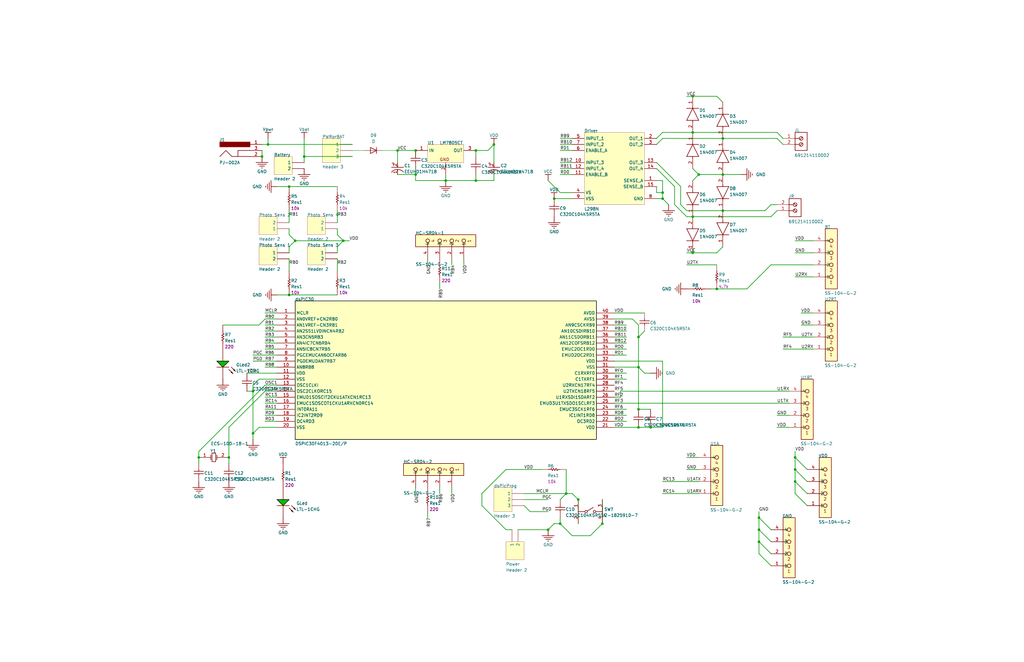
<source format=kicad_sch>
(kicad_sch (version 20231120) (generator "eeschema") (generator_version "8.0")
  (paper "B")
  (junction (at 200.66 63.5))
  (junction (at 110.49 66.04))
  (junction (at 302.26 121.92))
  (junction (at 106.68 165.1))
  (junction (at 233.68 83.82))
  (junction (at 320.04 223.52))
  (junction (at 304.8 88.9))
  (junction (at 121.92 78.74))
  (junction (at 175.26 73.66))
  (junction (at 269.24 154.94))
  (junction (at 231.14 223.52))
  (junction (at 269.24 142.24))
  (junction (at 236.22 220.98))
  (junction (at 128.27 66.04))
  (junction (at 292.1 40.64))
  (junction (at 144.78 101.6))
  (junction (at 167.64 63.5))
  (junction (at 292.1 55.88))
  (junction (at 320.04 218.44))
  (junction (at 121.92 124.46))
  (junction (at 243.84 210.82))
  (junction (at 269.24 172.72))
  (junction (at 335.28 203.2))
  (junction (at 335.28 193.04))
  (junction (at 254 220.98))
  (junction (at 187.96 76.2))
  (junction (at 200.66 76.2))
  (junction (at 83.82 193.04))
  (junction (at 238.76 208.28))
  (junction (at 292.1 106.68))
  (junction (at 113.03 60.96))
  (junction (at 124.46 101.6))
  (junction (at 294.64 73.66))
  (junction (at 292.1 91.44))
  (junction (at 175.26 63.5))
  (junction (at 304.8 73.66))
  (junction (at 335.28 198.12))
  (junction (at 320.04 228.6))
  (junction (at 208.28 60.96))
  (junction (at 304.8 58.42))
  (junction (at 279.4 83.82))
  (junction (at 96.52 193.04))
  (junction (at 269.24 180.34))
  (junction (at 274.32 180.34))
  (junction (at 279.4 81.28))
  (junction (at 106.68 182.88))
  (wire (pts (xy 259.08 167.64) (xy 261.62 167.64)) (stroke (width 0.254)))
  (wire (pts (xy 259.08 137.16) (xy 264.16 137.16)) (stroke (width 0.254)))
  (wire (pts (xy 106.68 165.1) (xy 106.68 182.88)) (stroke (width 0.254)))
  (wire (pts (xy 248.92 226.06) (xy 254 220.98)) (stroke (width 0.254)))
  (wire (pts (xy 231.14 215.9) (xy 223.52 215.9)) (stroke (width 0.254)))
  (wire (pts (xy 190.5 205.74) (xy 190.5 208.28)) (stroke (width 0.254)))
  (wire (pts (xy 304.8 73.66) (xy 294.64 73.66)) (stroke (width 0.254)))
  (wire (pts (xy 104.14 165.1) (xy 106.68 165.1)) (stroke (width 0.254)))
  (wire (pts (xy 113.03 60.96) (xy 110.49 60.96)) (stroke (width 0.254)))
  (wire (pts (xy 238.76 208.28) (xy 241.3 208.28)) (stroke (width 0.254)))
  (wire (pts (xy 269.24 154.94) (xy 271.78 157.48)) (stroke (width 0.254)))
  (wire (pts (xy 96.52 180.34) (xy 111.76 165.1)) (stroke (width 0.254)))
  (wire (pts (xy 111.76 175.26) (xy 116.84 175.26)) (stroke (width 0.254)))
  (wire (pts (xy 279.4 76.2) (xy 279.4 81.28)) (stroke (width 0.254)))
  (wire (pts (xy 236.22 71.12) (xy 241.3 71.12)) (stroke (width 0.254)))
  (wire (pts (xy 327.66 86.36) (xy 325.12 86.36)) (stroke (width 0.254)))
  (wire (pts (xy 128.27 58.42) (xy 128.27 66.04)) (stroke (width 0.254)))
  (wire (pts (xy 289.56 88.9) (xy 287.02 86.36)) (stroke (width 0.254)))
  (wire (pts (xy 325.12 223.52) (xy 320.04 218.44)) (stroke (width 0.254)))
  (wire (pts (xy 320.04 233.68) (xy 325.12 238.76)) (stroke (width 0.254)))
  (wire (pts (xy 96.52 180.34) (xy 96.52 193.04)) (stroke (width 0.254)))
  (wire (pts (xy 236.22 58.42) (xy 241.3 58.42)) (stroke (width 0.254)))
  (wire (pts (xy 203.2 208.28) (xy 203.2 213.36)) (stroke (width 0.254)))
  (wire (pts (xy 238.76 208.28) (xy 236.22 210.82)) (stroke (width 0.254)))
  (wire (pts (xy 111.76 177.8) (xy 116.84 177.8)) (stroke (width 0.254)))
  (wire (pts (xy 276.86 71.12) (xy 284.48 78.74)) (stroke (width 0.254)))
  (wire (pts (xy 325.12 86.36) (xy 322.58 88.9)) (stroke (width 0.254)))
  (wire (pts (xy 208.28 76.2) (xy 208.28 73.66)) (stroke (width 0.254)))
  (wire (pts (xy 340.36 208.28) (xy 335.28 203.2)) (stroke (width 0.254)))
  (wire (pts (xy 284.48 86.36) (xy 289.56 91.44)) (stroke (width 0.254)))
  (wire (pts (xy 269.24 142.24) (xy 269.24 154.94)) (stroke (width 0.254)))
  (wire (pts (xy 128.27 66.04) (xy 148.59 66.04)) (stroke (width 0.254)))
  (wire (pts (xy 241.3 81.28) (xy 236.22 81.28)) (stroke (width 0.254)))
  (wire (pts (xy 111.76 170.18) (xy 116.84 170.18)) (stroke (width 0.254)))
  (wire (pts (xy 259.08 134.62) (xy 266.7 134.62)) (stroke (width 0.254)))
  (wire (pts (xy 236.22 81.28) (xy 231.14 76.2)) (stroke (width 0.254)))
  (wire (pts (xy 109.22 160.02) (xy 106.68 162.56)) (stroke (width 0.254)))
  (wire (pts (xy 259.08 149.86) (xy 264.16 149.86)) (stroke (width 0.254)))
  (wire (pts (xy 259.08 177.8) (xy 264.16 177.8)) (stroke (width 0.254)))
  (wire (pts (xy 279.4 180.34) (xy 274.32 180.34)) (stroke (width 0.254)))
  (wire (pts (xy 236.22 60.96) (xy 241.3 60.96)) (stroke (width 0.254)))
  (wire (pts (xy 236.22 220.98) (xy 233.68 220.98)) (stroke (width 0.254)))
  (wire (pts (xy 167.64 73.66) (xy 175.26 73.66)) (stroke (width 0.254)))
  (wire (pts (xy 320.04 218.44) (xy 320.04 223.52)) (stroke (width 0.254)))
  (wire (pts (xy 208.28 68.58) (xy 208.28 60.96)) (stroke (width 0.254)))
  (wire (pts (xy 144.78 101.6) (xy 147.32 101.6)) (stroke (width 0.254)))
  (wire (pts (xy 322.58 88.9) (xy 304.8 88.9)) (stroke (width 0.254)))
  (wire (pts (xy 161.29 63.5) (xy 167.64 63.5)))
  (wire (pts (xy 340.36 198.12) (xy 335.28 193.04)) (stroke (width 0.254)))
  (wire (pts (xy 320.04 215.9) (xy 320.04 218.44)) (stroke (width 0.254)))
  (wire (pts (xy 195.58 109.22) (xy 195.58 111.76)) (stroke (width 0.254)))
  (wire (pts (xy 185.42 121.92) (xy 185.42 119.38)) (stroke (width 0.254)))
  (wire (pts (xy 243.84 220.98) (xy 243.84 210.82)) (stroke (width 0.254)))
  (wire (pts (xy 116.84 124.46) (xy 121.92 124.46)) (stroke (width 0.254)))
  (wire (pts (xy 312.42 73.66) (xy 304.8 73.66)) (stroke (width 0.254)))
  (wire (pts (xy 320.04 228.6) (xy 320.04 233.68)) (stroke (width 0.254)))
  (wire (pts (xy 269.24 172.72) (xy 269.24 154.94)) (stroke (width 0.254)))
  (wire (pts (xy 128.27 66.04) (xy 128.27 68.58)) (stroke (width 0.254)))
  (wire (pts (xy 335.28 116.84) (xy 342.9 116.84)) (stroke (width 0.254)))
  (wire (pts (xy 279.4 81.28) (xy 279.4 83.82)) (stroke (width 0.254)))
  (wire (pts (xy 271.78 157.48) (xy 274.32 157.48)) (stroke (width 0.254)))
  (wire (pts (xy 200.66 63.5) (xy 200.66 66.04)) (stroke (width 0.254)))
  (wire (pts (xy 274.32 172.72) (xy 269.24 172.72)) (stroke (width 0.254)))
  (wire (pts (xy 113.03 60.96) (xy 113.03 58.42)) (stroke (width 0.254)))
  (wire (pts (xy 325.12 228.6) (xy 320.04 223.52)) (stroke (width 0.254)))
  (wire (pts (xy 241.3 83.82) (xy 233.68 83.82)) (stroke (width 0.254)))
  (wire (pts (xy 203.2 213.36) (xy 213.36 223.52)) (stroke (width 0.254)))
  (wire (pts (xy 276.86 78.74) (xy 276.86 81.28)) (stroke (width 0.254)))
  (wire (pts (xy 259.08 144.78) (xy 264.16 144.78)) (stroke (width 0.254)))
  (wire (pts (xy 121.92 106.68) (xy 121.92 104.14)) (stroke (width 0.254)))
  (wire (pts (xy 180.34 218.44) (xy 180.34 215.9)) (stroke (width 0.254)))
  (wire (pts (xy 327.66 55.88) (xy 330.2 58.42)) (stroke (width 0.254)))
  (wire (pts (xy 238.76 198.12) (xy 238.76 208.28)) (stroke (width 0.254)))
  (wire (pts (xy 276.86 76.2) (xy 279.4 76.2)) (stroke (width 0.254)))
  (wire (pts (xy 276.86 81.28) (xy 279.4 81.28)) (stroke (width 0.254)))
  (wire (pts (xy 124.46 101.6) (xy 144.78 101.6)) (stroke (width 0.254)))
  (wire (pts (xy 187.96 76.2) (xy 187.96 73.66)) (stroke (width 0.254)))
  (wire (pts (xy 236.22 68.58) (xy 241.3 68.58)) (stroke (width 0.254)))
  (wire (pts (xy 279.4 152.4) (xy 279.4 180.34)) (stroke (width 0.254)))
  (wire (pts (xy 292.1 55.88) (xy 327.66 55.88)) (stroke (width 0.254)))
  (wire (pts (xy 213.36 198.12) (xy 203.2 208.28)) (stroke (width 0.254)))
  (wire (pts (xy 190.5 109.22) (xy 190.5 111.76)) (stroke (width 0.254)))
  (wire (pts (xy 175.26 205.74) (xy 175.26 208.28)) (stroke (width 0.254)))
  (wire (pts (xy 106.68 162.56) (xy 106.68 165.1)) (stroke (width 0.254)))
  (wire (pts (xy 121.92 93.98) (xy 121.92 88.9)) (stroke (width 0.254)))
  (wire (pts (xy 259.08 160.02) (xy 264.16 160.02)) (stroke (width 0.254)))
  (wire (pts (xy 111.76 154.94) (xy 116.84 154.94)) (stroke (width 0.254)))
  (wire (pts (xy 304.8 43.18) (xy 302.26 40.64)) (stroke (width 0.254)))
  (wire (pts (xy 335.28 193.04) (xy 335.28 198.12)) (stroke (width 0.254)))
  (wire (pts (xy 116.84 142.24) (xy 111.76 142.24)) (stroke (width 0.254)))
  (wire (pts (xy 111.76 139.7) (xy 116.84 139.7)) (stroke (width 0.254)))
  (wire (pts (xy 121.92 109.22) (xy 121.92 114.3)) (stroke (width 0.254)))
  (wire (pts (xy 142.24 106.68) (xy 142.24 104.14)) (stroke (width 0.254)))
  (wire (pts (xy 236.22 218.44) (xy 236.22 220.98)) (stroke (width 0.254)))
  (wire (pts (xy 292.1 40.64) (xy 289.56 40.64)) (stroke (width 0.254)))
  (wire (pts (xy 325.12 111.76) (xy 342.9 111.76)) (stroke (width 0.254)))
  (wire (pts (xy 302.26 40.64) (xy 292.1 40.64)) (stroke (width 0.254)))
  (wire (pts (xy 294.64 73.66) (xy 292.1 71.12)) (stroke (width 0.254)))
  (wire (pts (xy 327.66 175.26) (xy 332.74 175.26)) (stroke (width 0.254)))
  (wire (pts (xy 289.56 193.04) (xy 294.64 193.04)) (stroke (width 0.254)))
  (wire (pts (xy 284.48 78.74) (xy 284.48 86.36)) (stroke (width 0.254)))
  (wire (pts (xy 259.08 172.72) (xy 264.16 172.72)) (stroke (width 0.254)))
  (wire (pts (xy 116.84 160.02) (xy 109.22 160.02)) (stroke (width 0.254)))
  (wire (pts (xy 116.84 165.1) (xy 111.76 165.1)) (stroke (width 0.254)))
  (wire (pts (xy 104.14 157.48) (xy 116.84 157.48)) (stroke (width 0.254)))
  (wire (pts (xy 110.49 63.5) (xy 110.49 66.04)) (stroke (width 0.254)))
  (wire (pts (xy 213.36 223.52) (xy 215.9 223.52)) (stroke (width 0.254)))
  (wire (pts (xy 314.96 121.92) (xy 325.12 111.76)) (stroke (width 0.254)))
  (wire (pts (xy 302.26 111.76) (xy 289.56 111.76)) (stroke (width 0.254)))
  (wire (pts (xy 116.84 172.72) (xy 111.76 172.72)) (stroke (width 0.254)))
  (wire (pts (xy 175.26 63.5) (xy 175.26 66.04)) (stroke (width 0.254)))
  (wire (pts (xy 302.26 121.92) (xy 314.96 121.92)) (stroke (width 0.254)))
  (wire (pts (xy 279.4 58.42) (xy 276.86 60.96)) (stroke (width 0.254)))
  (wire (pts (xy 264.16 142.24) (xy 259.08 142.24)) (stroke (width 0.254)))
  (wire (pts (xy 269.24 180.34) (xy 259.08 180.34)) (stroke (width 0.254)))
  (wire (pts (xy 83.82 193.04) (xy 83.82 195.58)) (stroke (width 0.254)))
  (wire (pts (xy 287.02 86.36) (xy 287.02 78.74)) (stroke (width 0.254)))
  (wire (pts (xy 111.76 144.78) (xy 116.84 144.78)) (stroke (width 0.254)))
  (wire (pts (xy 121.92 78.74) (xy 142.24 78.74)) (stroke (width 0.254)))
  (wire (pts (xy 304.8 88.9) (xy 289.56 88.9)) (stroke (width 0.254)))
  (wire (pts (xy 175.26 76.2) (xy 187.96 76.2)) (stroke (width 0.254)))
  (wire (pts (xy 167.64 63.5) (xy 175.26 63.5)) (stroke (width 0.254)))
  (wire (pts (xy 223.52 215.9) (xy 220.98 213.36)) (stroke (width 0.254)))
  (wire (pts (xy 96.52 193.04) (xy 96.52 195.58)) (stroke (width 0.254)))
  (wire (pts (xy 200.66 76.2) (xy 208.28 76.2)) (stroke (width 0.254)))
  (wire (pts (xy 299.72 121.92) (xy 302.26 121.92)) (stroke (width 0.254)))
  (wire (pts (xy 200.66 76.2) (xy 200.66 73.66)) (stroke (width 0.254)))
  (wire (pts (xy 340.36 203.2) (xy 335.28 198.12)) (stroke (width 0.254)))
  (wire (pts (xy 111.76 167.64) (xy 116.84 167.64)) (stroke (width 0.254)))
  (wire (pts (xy 259.08 157.48) (xy 264.16 157.48)) (stroke (width 0.254)))
  (wire (pts (xy 279.4 208.28) (xy 294.64 208.28)) (stroke (width 0.254)))
  (wire (pts (xy 271.78 132.08) (xy 259.08 132.08)) (stroke (width 0.254)))
  (wire (pts (xy 292.1 106.68) (xy 289.56 106.68)) (stroke (width 0.254)))
  (wire (pts (xy 241.3 226.06) (xy 248.92 226.06)) (stroke (width 0.254)))
  (wire (pts (xy 342.9 147.32) (xy 330.2 147.32)) (stroke (width 0.254)))
  (wire (pts (xy 180.34 109.22) (xy 180.34 111.76)) (stroke (width 0.254)))
  (wire (pts (xy 279.4 83.82) (xy 281.94 86.36)) (stroke (width 0.254)))
  (wire (pts (xy 335.28 208.28) (xy 340.36 213.36)) (stroke (width 0.254)))
  (wire (pts (xy 208.28 60.96) (xy 205.74 63.5)) (stroke (width 0.254)))
  (wire (pts (xy 142.24 93.98) (xy 142.24 88.9)) (stroke (width 0.254)))
  (wire (pts (xy 269.24 137.16) (xy 269.24 142.24)) (stroke (width 0.254)))
  (wire (pts (xy 205.74 63.5) (xy 200.66 63.5)) (stroke (width 0.254)))
  (wire (pts (xy 337.82 132.08) (xy 342.9 132.08)) (stroke (width 0.254)))
  (wire (pts (xy 287.02 78.74) (xy 276.86 68.58)) (stroke (width 0.254)))
  (wire (pts (xy 109.22 180.34) (xy 116.84 180.34)) (stroke (width 0.254)))
  (wire (pts (xy 259.08 175.26) (xy 264.16 175.26)) (stroke (width 0.254)))
  (wire (pts (xy 335.28 190.5) (xy 335.28 193.04)) (stroke (width 0.254)))
  (wire (pts (xy 148.59 63.5) (xy 153.67 63.5)))
  (wire (pts (xy 83.82 190.5) (xy 83.82 193.04)) (stroke (width 0.254)))
  (wire (pts (xy 220.98 208.28) (xy 238.76 208.28)) (stroke (width 0.254)))
  (wire (pts (xy 121.92 99.06) (xy 124.46 101.6)) (stroke (width 0.254)))
  (wire (pts (xy 302.26 106.68) (xy 292.1 106.68)) (stroke (width 0.254)))
  (wire (pts (xy 111.76 162.56) (xy 83.82 190.5)) (stroke (width 0.254)))
  (wire (pts (xy 292.1 91.44) (xy 325.12 91.44)) (stroke (width 0.254)))
  (wire (pts (xy 330.2 60.96) (xy 327.66 58.42)) (stroke (width 0.254)))
  (wire (pts (xy 327.66 58.42) (xy 304.8 58.42)) (stroke (width 0.254)))
  (wire (pts (xy 276.86 83.82) (xy 279.4 83.82)) (stroke (width 0.254)))
  (wire (pts (xy 327.66 180.34) (xy 332.74 180.34)) (stroke (width 0.254)))
  (wire (pts (xy 116.84 152.4) (xy 106.68 152.4)) (stroke (width 0.254)))
  (wire (pts (xy 231.14 210.82) (xy 220.98 210.82)) (stroke (width 0.254)))
  (wire (pts (xy 116.84 132.08) (xy 111.76 132.08)) (stroke (width 0.254)))
  (wire (pts (xy 142.24 104.14) (xy 144.78 101.6)) (stroke (width 0.254)))
  (wire (pts (xy 259.08 147.32) (xy 264.16 147.32)) (stroke (width 0.254)))
  (wire (pts (xy 236.22 63.5) (xy 241.3 63.5)) (stroke (width 0.254)))
  (wire (pts (xy 259.08 152.4) (xy 279.4 152.4)) (stroke (width 0.254)))
  (wire (pts (xy 254 220.98) (xy 254 210.82)) (stroke (width 0.254)))
  (wire (pts (xy 241.3 208.28) (xy 243.84 210.82)) (stroke (width 0.254)))
  (wire (pts (xy 261.62 167.64) (xy 261.62 165.1)) (stroke (width 0.254)))
  (wire (pts (xy 111.76 137.16) (xy 116.84 137.16)) (stroke (width 0.254)))
  (wire (pts (xy 271.78 139.7) (xy 269.24 142.24)) (stroke (width 0.254)))
  (wire (pts (xy 121.92 96.52) (xy 121.92 99.06)) (stroke (width 0.254)))
  (wire (pts (xy 266.7 134.62) (xy 269.24 137.16)) (stroke (width 0.254)))
  (wire (pts (xy 261.62 165.1) (xy 332.74 165.1)) (stroke (width 0.254)))
  (wire (pts (xy 325.12 91.44) (xy 327.66 88.9)) (stroke (width 0.254)))
  (wire (pts (xy 304.8 104.14) (xy 302.26 106.68)) (stroke (width 0.254)))
  (wire (pts (xy 289.56 198.12) (xy 294.64 198.12)) (stroke (width 0.254)))
  (wire (pts (xy 142.24 99.06) (xy 144.78 101.6)) (stroke (width 0.254)))
  (wire (pts (xy 111.76 147.32) (xy 116.84 147.32)) (stroke (width 0.254)))
  (wire (pts (xy 325.12 233.68) (xy 320.04 228.6)) (stroke (width 0.254)))
  (wire (pts (xy 279.4 55.88) (xy 276.86 58.42)) (stroke (width 0.254)))
  (wire (pts (xy 236.22 220.98) (xy 241.3 226.06)) (stroke (width 0.254)))
  (wire (pts (xy 121.92 104.14) (xy 124.46 101.6)) (stroke (width 0.254)))
  (wire (pts (xy 187.96 76.2) (xy 200.66 76.2)) (stroke (width 0.254)))
  (wire (pts (xy 142.24 96.52) (xy 142.24 99.06)) (stroke (width 0.254)))
  (wire (pts (xy 106.68 149.86) (xy 116.84 149.86)) (stroke (width 0.254)))
  (wire (pts (xy 259.08 154.94) (xy 269.24 154.94)) (stroke (width 0.254)))
  (wire (pts (xy 274.32 180.34) (xy 269.24 180.34)) (stroke (width 0.254)))
  (wire (pts (xy 106.68 182.88) (xy 109.22 180.34)) (stroke (width 0.254)))
  (wire (pts (xy 335.28 101.6) (xy 342.9 101.6)) (stroke (width 0.254)))
  (wire (pts (xy 109.22 137.16) (xy 111.76 134.62)) (stroke (width 0.254)))
  (wire (pts (xy 335.28 203.2) (xy 335.28 208.28)) (stroke (width 0.254)))
  (wire (pts (xy 231.14 223.52) (xy 218.44 223.52)) (stroke (width 0.254)))
  (wire (pts (xy 304.8 58.42) (xy 279.4 58.42)) (stroke (width 0.254)))
  (wire (pts (xy 294.64 73.66) (xy 292.1 76.2)) (stroke (width 0.254)))
  (wire (pts (xy 289.56 91.44) (xy 292.1 91.44)) (stroke (width 0.254)))
  (wire (pts (xy 116.84 162.56) (xy 111.76 162.56)) (stroke (width 0.254)))
  (wire (pts (xy 335.28 198.12) (xy 335.28 203.2)) (stroke (width 0.254)))
  (wire (pts (xy 233.68 220.98) (xy 231.14 223.52)) (stroke (width 0.254)))
  (wire (pts (xy 320.04 223.52) (xy 320.04 228.6)) (stroke (width 0.254)))
  (wire (pts (xy 175.26 73.66) (xy 175.26 71.12)) (stroke (width 0.254)))
  (wire (pts (xy 111.76 134.62) (xy 116.84 134.62)) (stroke (width 0.254)))
  (wire (pts (xy 175.26 73.66) (xy 175.26 76.2)) (stroke (width 0.254)))
  (wire (pts (xy 185.42 205.74) (xy 185.42 208.28)) (stroke (width 0.254)))
  (wire (pts (xy 106.68 182.88) (xy 106.68 185.42)) (stroke (width 0.254)))
  (wire (pts (xy 259.08 139.7) (xy 264.16 139.7)) (stroke (width 0.254)))
  (wire (pts (xy 335.28 106.68) (xy 342.9 106.68)) (stroke (width 0.254)))
  (wire (pts (xy 142.24 109.22) (xy 142.24 114.3)) (stroke (width 0.254)))
  (wire (pts (xy 116.84 78.74) (xy 121.92 78.74)) (stroke (width 0.254)))
  (wire (pts (xy 113.03 60.96) (xy 148.59 60.96)) (stroke (width 0.254)))
  (wire (pts (xy 236.22 73.66) (xy 241.3 73.66)) (stroke (width 0.254)))
  (wire (pts (xy 228.6 198.12) (xy 213.36 198.12)) (stroke (width 0.254)))
  (wire (pts (xy 259.08 170.18) (xy 332.74 170.18)) (stroke (width 0.254)))
  (wire (pts (xy 167.64 63.5) (xy 167.64 68.58)) (stroke (width 0.254)))
  (wire (pts (xy 142.24 124.46) (xy 121.92 124.46)) (stroke (width 0.254)))
  (wire (pts (xy 292.1 55.88) (xy 279.4 55.88)) (stroke (width 0.254)))
  (wire (pts (xy 279.4 203.2) (xy 294.64 203.2)) (stroke (width 0.254)))
  (wire (pts (xy 342.9 142.24) (xy 330.2 142.24)) (stroke (width 0.254)))
  (wire (pts (xy 337.82 137.16) (xy 342.9 137.16)) (stroke (width 0.254)))
  (wire (pts (xy 93.98 137.16) (xy 109.22 137.16)) (stroke (width 0.254)))
  (label "" (at 116.84 139.7 0))
  (label "" (at 116.84 160.02 0))
  (label "RB4" (at 111.76 144.78 0))
  (label "RF5" (at 259.08 165.1 0))
  (label "U1ATX" (at 289.56 203.2 0))
  (label "" (at 111.76 154.94 0))
  (label "GND" (at 327.66 175.26 0))
  (label "U2TX" (at 337.82 142.24 0))
  (label "RA11" (at 111.76 172.72 0))
  (label "RB5" (at 185.42 121.92 270))
  (label "VDD" (at 259.08 132.08 0))
  (label "RD2" (at 259.08 177.8 0))
  (label "" (at 116.84 177.8 0))
  (label "" (at 116.84 172.72 0))
  (label "PGC" (at 228.6 210.82 0))
  (label "RD0" (at 236.22 73.66 0))
  (label "RC14" (at 111.76 170.18 0))
  (label "RB2" (at 142.24 111.76 0))
  (label "U2RX" (at 337.82 147.32 0))
  (label "RB3" (at 142.24 91.44 0))
  (label "RF4" (at 330.2 147.32 0))
  (label "" (at 259.08 154.94 0))
  (label "" (at 259.08 177.8 0))
  (label "" (at 259.08 132.08 0))
  (label "" (at 116.84 180.34 0))
  (label "" (at 259.08 144.78 0))
  (label "" (at 259.08 142.24 0))
  (label "RB11" (at 236.22 71.12 0))
  (label "" (at 116.84 175.26 0))
  (label "OSC1" (at 111.76 162.56 0))
  (label "RB6" (at 185.42 208.28 270))
  (label "RD8" (at 259.08 175.26 0))
  (label "VDD" (at 335.28 101.6 0))
  (label "" (at 259.08 152.4 0))
  (label "RB7" (at 180.34 218.44 270))
  (label "VCC" (at 167.64 63.5 0))
  (label "VDD" (at 190.5 208.28 270))
  (label "RC13" (at 111.76 167.64 0))
  (label "GND" (at 289.56 198.12 0))
  (label "RF3" (at 259.08 170.18 0))
  (label "RB9" (at 236.22 58.42 0))
  (label "RB10" (at 259.08 139.7 0))
  (label "MCLR" (at 111.76 132.08 0))
  (label "RD3" (at 111.76 177.8 0))
  (label "" (at 116.84 162.56 0))
  (label "U1RX" (at 327.66 165.1 0))
  (label "" (at 116.84 144.78 0))
  (label "U1TX" (at 327.66 170.18 0))
  (label "GND" (at 320.04 215.9 0))
  (label "RC14" (at 279.4 208.28 0))
  (label "" (at 259.08 167.64 0))
  (label "" (at 259.08 147.32 0))
  (label "" (at 259.08 139.7 0))
  (label "RB5" (at 111.76 147.32 0))
  (label "VCC" (at 289.56 106.68 0))
  (label "" (at 259.08 149.86 0))
  (label "PGC" (at 106.68 149.86 0))
  (label "" (at 116.84 142.24 0))
  (label "RB10" (at 236.22 60.96 0))
  (label "VDD" (at 259.08 180.34 0))
  (label "" (at 116.84 170.18 0))
  (label "RB3" (at 111.76 142.24 0))
  (label "RB1" (at 111.76 137.16 0))
  (label "" (at 116.84 137.16 0))
  (label "" (at 116.84 157.48 0))
  (label "RF4" (at 259.08 162.56 0))
  (label "RB7" (at 111.76 152.4 0))
  (label "MCLR" (at 226.06 208.28 0))
  (label "" (at 259.08 157.48 0))
  (label "" (at 259.08 162.56 0))
  (label "RB0" (at 111.76 134.62 0))
  (label "PGD" (at 106.68 152.4 0))
  (label "RF5" (at 330.2 142.24 0))
  (label "RB12" (at 236.22 68.58 0))
  (label "RC13" (at 279.4 203.2 0))
  (label "RB11" (at 259.08 142.24 0))
  (label "VDD" (at 327.66 180.34 0))
  (label "VDD" (at 195.58 111.76 270))
  (label "" (at 116.84 132.08 0))
  (label "RB0" (at 121.92 111.76 0))
  (label "RD9" (at 111.76 175.26 0))
  (label "" (at 259.08 180.34 0))
  (label "RB12" (at 259.08 144.78 0))
  (label "U2TX" (at 289.56 111.76 0))
  (label "GND" (at 337.82 137.16 0))
  (label "RC15" (at 111.76 165.1 0))
  (label "RF1" (at 259.08 160.02 0))
  (label "U2RX" (at 335.28 116.84 0))
  (label "" (at 259.08 134.62 0))
  (label "RB9" (at 259.08 137.16 0))
  (label "RF6" (at 259.08 172.72 0))
  (label "RD0" (at 259.08 147.32 0))
  (label "VDD" (at 104.14 157.48 0))
  (label "" (at 116.84 134.62 0))
  (label "VCC" (at 289.56 40.64 0))
  (label "" (at 259.08 165.1 0))
  (label "" (at 116.84 149.86 0))
  (label "" (at 259.08 160.02 0))
  (label "GND" (at 175.26 208.28 270))
  (label "" (at 259.08 172.72 0))
  (label "VDD" (at 337.82 132.08 0))
  (label "RB4" (at 190.5 111.76 270))
  (label "" (at 116.84 152.4 0))
  (label "RB6" (at 111.76 149.86 0))
  (label "RF2" (at 259.08 167.64 0))
  (label "RD1" (at 236.22 63.5 0))
  (label "RB8" (at 111.76 154.94 0))
  (label "" (at 116.84 147.32 0))
  (label "GND" (at 335.28 106.68 0))
  (label "PGD" (at 228.6 215.9 0))
  (label "VDD" (at 289.56 193.04 0))
  (label "" (at 259.08 175.26 0))
  (label "RB2" (at 111.76 139.7 0))
  (label "VDD" (at 147.32 101.6 0))
  (label "VDD" (at 220.98 198.12 0))
  (label "RF0" (at 259.08 157.48 0))
  (label "" (at 259.08 137.16 0))
  (label "" (at 116.84 165.1 0))
  (label "" (at 116.84 167.64 0))
  (label "U1ARX" (at 289.56 208.28 0))
  (label "GND" (at 180.34 111.76 270))
  (label "RD1" (at 259.08 149.86 0))
  (label "RB1" (at 121.92 91.44 0))
  (label "" (at 259.08 170.18 0))
  (label "VDD" (at 335.28 190.5 0))
  (symbol (lib_id "Sheet1-altium-import:root_0_DSPIC30F4013-20EP") (at 116.84 132.08 0) (unit 1)
    (property "Reference" "dsPIC30" (at 124.46 127 0) (effects (justify left bottom)))
    (property "Value" "DSPIC30F4013-20E/P" (at 124.46 187.96 0) (effects (justify left bottom)))
    (property "Footprint" "PDIP600-P40" (effects (hide yes)))
    (property "COPYRIGHT" "Copyright (C) 2024 Ultra Librarian. All rights reserved." (effects (hide yes)))
    (property "MFR_NAME" "Microchip" (effects (hide yes)))
    (property "MANUFACTURER_PART_NUMBER" "DSPIC30F4013-20E/P" (effects (hide yes)))
    (property "REFDES" "RefDes" (effects (hide yes)))
    (property "TYPE" "DEV" (effects (hide yes)))
  )
  (symbol (lib_id "Sheet1-altium-import:root_3_mirrored_d7152d700b627762746794eb795d46e") (at 292.1 76.2 0) (unit 1)
    (property "Reference" "D6" (at 294.894 82.804 0) (effects (justify left bottom)))
    (property "Value" "1N4007" (at 294.894 85.344 0) (effects (justify left bottom)))
    (property "Footprint" "FP-1N4007-MFG" (effects (hide yes)))
    (property "CATEGORY" "Diode" (effects (hide yes)))
    (property "MAX SURGE FORWARD CURRENT" "27A" (effects (hide yes)))
    (property "TEMPERATURE RANGE LOW" "-50°C" (effects (hide yes)))
    (property "FORWARD CURRENT" "1A" (effects (hide yes)))
    (property "MAX JUNCTION TEMP" "+175°C" (effects (hide yes)))
    (property "AUTOMOTIVE" "No" (effects (hide yes)))
    (property "TEMPERATURE" "-50°C to +175°C" (effects (hide yes)))
    (property "LEAD FREE" "Yes" (effects (hide yes)))
    (property "COMPONENTLINK2DESCRIPTION" "Datasheet" (effects (hide yes)))
    (property "REVERSE VOLTAGE" "1000V" (effects (hide yes)))
    (property "MAX REPETITIVE REVERSE VOLTAGE" "1000V" (effects (hide yes)))
    (property "COMPONENTLINK2URL" "https://datasheet.octopart.com/1N4007-Diotec-datasheet-62346875.pdf" (effects (hide yes)))
    (property "MANUFACTURER PART NUMBER" "1N4007" (effects (hide yes)))
    (property "DEVICE CLASS L3" "Rectifier Diodes" (effects (hide yes)))
    (property "MANUFACTURER" "Diotec" (effects (hide yes)))
    (property "HEIGHT" "2.8mm" (effects (hide yes)))
    (property "OCTOPART" "https://octopart.com/1n4007-diotec-4040411" (effects (hide yes)))
    (property "PACKAGE" "1N4007" (effects (hide yes)))
    (property "TEMPERATURE RANGE HIGH" "+175°C" (effects (hide yes)))
    (property "ALTIUM_VALUE" "15pF" (effects (hide yes)))
    (property "DEVICE CLASS L1" "Discrete Semiconductors" (effects (hide yes)))
    (property "DEVICE CLASS L2" "Diodes" (effects (hide yes)))
    (property "ROHS" "TRUE" (effects (hide yes)))
    (property "CAPACITANCE" "15pF" (effects (hide yes)))
    (property "PEAK REVERSE CURRENT" "5uA" (effects (hide yes)))
    (property "IPC LAND PATTERN NAME" "DIOAD888W100L520D280" (effects (hide yes)))
  )
  (symbol (lib_id "Sheet1-altium-import:VCC_BAR") (at 231.14 76.2 180) (unit 1)
    (property "Reference" "#PWR?" (effects (hide yes)))
    (property "Value" "VCC" (at 231.14 72.39 0))
  )
  (symbol (lib_id "Device:D") (at 157.48 63.5 180) (unit 1)
    (property "Reference" "D9" (at 157.48 57.15 0))
    (property "Value" "D" (at 157.48 59.69 0))
    (property "Description" "Diode" (effects (hide yes)))
    (property "Sim.Device" "D" (effects (hide yes)))
    (property "Sim.Pins" "1=K 2=A" (effects (hide yes)))
  )
  (symbol (lib_id "Sheet1-altium-import:root_0_mirrored_Header 2") (at 116.84 104.14 0) (unit 1)
    (property "Reference" "Photo Sens 1" (at 109.22 104.14 0) (effects (justify left bottom)))
    (property "Value" "Header 2" (at 109.22 114.3 0) (effects (justify left bottom)))
    (property "Footprint" "HDR1X2" (effects (hide yes)))
    (property "LATESTREVISIONDATE" "17-Jul-2002" (effects (hide yes)))
    (property "LATESTREVISIONNOTE" "Re-released for DXP Platform." (effects (hide yes)))
    (property "PUBLISHER" "Altium Limited" (effects (hide yes)))
  )
  (symbol (lib_id "Sheet1-altium-import:GND_POWER_GROUND") (at 274.32 157.48 90) (unit 1)
    (property "Reference" "#PWR?" (effects (hide yes)))
    (property "Value" "GND" (at 280.67 157.48 90) (effects (justify right)))
  )
  (symbol (lib_id "Sheet1-altium-import:root_2_56792406a6bd5c25e158f553ecd1aa7") (at 325.12 238.76 0) (unit 1)
    (property "Reference" "GND" (at 329.946 218.44 0) (effects (justify left bottom)))
    (property "Value" "SS-104-G-2" (at 329.946 246.38 0) (effects (justify left bottom)))
    (property "Footprint" "FP-SS-104-G-2-MFG" (effects (hide yes)))
    (property "COLOR" "Black" (effects (hide yes)))
    (property "CONTACT RESISTANCE" "10mR" (effects (hide yes)))
    (property "CONTACT MATERIAL" "Copper" (effects (hide yes)))
    (property "MIN OPERATING TEMPERATURE" "-55°C" (effects (hide yes)))
    (property "MAX OPERATING TEMPERATURE" "125°C" (effects (hide yes)))
    (property "NUMBER OF POSITIONS" "4" (effects (hide yes)))
    (property "PITCH" "2.54mm" (effects (hide yes)))
    (property "GENDER" "Female" (effects (hide yes)))
    (property "RADIATION HARDENING" "No" (effects (hide yes)))
    (property "TERMINATION" "Solder" (effects (hide yes)))
    (property "DEPTH" "2.54mm" (effects (hide yes)))
    (property "CONTACT PLATING" "Gold" (effects (hide yes)))
    (property "ORIENTATION" "Straight" (effects (hide yes)))
    (property "HOUSING COLOR" "Black" (effects (hide yes)))
    (property "WIDTH" "2.54mm" (effects (hide yes)))
    (property "ROHS COMPLIANT" "Yes" (effects (hide yes)))
    (property "CONNECTOR TYPE" "Receptacle" (effects (hide yes)))
    (property "LEAD FREE" "Lead Free" (effects (hide yes)))
    (property "MOUNT" "Through Hole" (effects (hide yes)))
    (property "SERIES" "SS" (effects (hide yes)))
    (property "LENGTH" "10.16mm" (effects (hide yes)))
    (property "PACKAGING" "Bulk" (effects (hide yes)))
    (property "PACKAGE QUANTITY" "1" (effects (hide yes)))
    (property "HOUSING MATERIAL" "Polyester" (effects (hide yes)))
    (property "NUMBER OF CONTACTS" "4" (effects (hide yes)))
    (property "NUMBER OF ROWS" "1" (effects (hide yes)))
    (property "MAX CURRENT RATING" "1A" (effects (hide yes)))
  )
  (symbol (lib_id "Sheet1-altium-import:root_1_d7152d700b627762746794eb795d46e") (at 304.8 58.42 0) (unit 1)
    (property "Reference" "D3" (at 307.594 49.784 0) (effects (justify left bottom)))
    (property "Value" "1N4007" (at 307.594 52.324 0) (effects (justify left bottom)))
    (property "Footprint" "FP-1N4007-MFG" (effects (hide yes)))
    (property "CATEGORY" "Diode" (effects (hide yes)))
    (property "MAX SURGE FORWARD CURRENT" "27A" (effects (hide yes)))
    (property "TEMPERATURE RANGE LOW" "-50°C" (effects (hide yes)))
    (property "FORWARD CURRENT" "1A" (effects (hide yes)))
    (property "MAX JUNCTION TEMP" "+175°C" (effects (hide yes)))
    (property "AUTOMOTIVE" "No" (effects (hide yes)))
    (property "TEMPERATURE" "-50°C to +175°C" (effects (hide yes)))
    (property "LEAD FREE" "Yes" (effects (hide yes)))
    (property "COMPONENTLINK2DESCRIPTION" "Datasheet" (effects (hide yes)))
    (property "REVERSE VOLTAGE" "1000V" (effects (hide yes)))
    (property "MAX REPETITIVE REVERSE VOLTAGE" "1000V" (effects (hide yes)))
    (property "COMPONENTLINK2URL" "https://datasheet.octopart.com/1N4007-Diotec-datasheet-62346875.pdf" (effects (hide yes)))
    (property "MANUFACTURER PART NUMBER" "1N4007" (effects (hide yes)))
    (property "DEVICE CLASS L3" "Rectifier Diodes" (effects (hide yes)))
    (property "MANUFACTURER" "Diotec" (effects (hide yes)))
    (property "HEIGHT" "2.8mm" (effects (hide yes)))
    (property "OCTOPART" "https://octopart.com/1n4007-diotec-4040411" (effects (hide yes)))
    (property "PACKAGE" "1N4007" (effects (hide yes)))
    (property "TEMPERATURE RANGE HIGH" "+175°C" (effects (hide yes)))
    (property "ALTIUM_VALUE" "15pF" (effects (hide yes)))
    (property "DEVICE CLASS L1" "Discrete Semiconductors" (effects (hide yes)))
    (property "DEVICE CLASS L2" "Diodes" (effects (hide yes)))
    (property "ROHS" "TRUE" (effects (hide yes)))
    (property "CAPACITANCE" "15pF" (effects (hide yes)))
    (property "PEAK REVERSE CURRENT" "5uA" (effects (hide yes)))
    (property "IPC LAND PATTERN NAME" "DIOAD888W100L520D280" (effects (hide yes)))
  )
  (symbol (lib_id "Sheet1-altium-import:root_2_mirrored_TBL - 1R - 02P - Screw") (at 332.74 91.44 0) (unit 1)
    (property "Reference" "JR" (at 332.486 83.566 0) (effects (justify left bottom)))
    (property "Value" "691214110002" (at 332.486 94.234 0) (effects (justify left bottom)))
    (property "Footprint" "691214110002" (effects (hide yes)))
    (property "NUMBER OF PINS" "2" (effects (hide yes)))
    (property "NUMBER OF ROWS" "1" (effects (hide yes)))
    (property "REACH SVHC" "Unknown" (effects (hide yes)))
    (property "PLATING" "Brass, Steel" (effects (hide yes)))
    (property "ROHS" "Compliant" (effects (hide yes)))
    (property "HOUSING MATERIAL" "Nylon" (effects (hide yes)))
    (property "CURRENT" "10A" (effects (hide yes)))
    (property "PITCH" "3.5052mm" (effects (hide yes)))
    (property "TERMINATION" "Screw" (effects (hide yes)))
    (property "MOUNT" "Through Hole" (effects (hide yes)))
    (property "NUMBER OF LEVELS" "1" (effects (hide yes)))
    (property "CONTACT PLATING" "Brass, Tin" (effects (hide yes)))
    (property "NUMBER OF CONTACTS" "2" (effects (hide yes)))
    (property "WIRE GAUGE (MIN)" "16AWG" (effects (hide yes)))
    (property "VOLTAGE" "300V" (effects (hide yes)))
    (property "NUMBER OF POSITIONS PER LEVEL" "2" (effects (hide yes)))
    (property "COLOR" "Blue, Green" (effects (hide yes)))
    (property "WIDTH" "7.9mm" (effects (hide yes)))
    (property "WIRE GAUGE (MAX)" "24AWG" (effects (hide yes)))
    (property "VOLTAGE RATING" "300V" (effects (hide yes)))
    (property "LENGTH" "7.4mm" (effects (hide yes)))
    (property "CURRENT RATING" "10A" (effects (hide yes)))
    (property "WIRE/CABLE GAUGE" "24AWG" (effects (hide yes)))
    (property "PACKAGING" "Box" (effects (hide yes)))
    (property "MAX OPERATING TEMPERATURE" "105°C" (effects (hide yes)))
    (property "STRIPPING LENGTH" "-6mm" (effects (hide yes)))
    (property "NEXARPARTID" "18818288" (effects (hide yes)))
    (property "LEAD PITCH" "3.5mm" (effects (hide yes)))
    (property "HEIGHT" "8.7mm" (effects (hide yes)))
    (property "CONTACT MATERIAL" "Brass" (effects (hide yes)))
    (property "MIN OPERATING TEMPERATURE" "-40°C" (effects (hide yes)))
  )
  (symbol (lib_id "Sheet1-altium-import:GND_POWER_GROUND") (at 281.94 86.36 0) (unit 1)
    (property "Reference" "#PWR?" (effects (hide yes)))
    (property "Value" "GND" (at 281.94 92.71 0))
  )
  (symbol (lib_id "Sheet1-altium-import:root_1_Res1") (at 139.7 86.36 0) (unit 1)
    (property "Reference" "R4" (at 143.002 83.566 0) (effects (justify left bottom)))
    (property "Value" "Res1" (at 143.002 86.106 0) (effects (justify left bottom)))
    (property "Footprint" "AXIAL-0.3" (effects (hide yes)))
    (property "PUBLISHED" "8-Jun-2000" (effects (hide yes)))
    (property "LATESTREVISIONDATE" "17-Jul-2002" (effects (hide yes)))
    (property "LATESTREVISIONNOTE" "Re-released for DXP Platform." (effects (hide yes)))
    (property "PACKAGEREFERENCE" "AXIAL-0.3" (effects (hide yes)))
    (property "PUBLISHER" "Altium Limited" (effects (hide yes)))
    (property "PACKAGEDESCRIPTION" "Axial Device, Thru-Hole; 2 Leads; 0.3 in Pin Spacing" (effects (hide yes)))
    (property "ALTIUM_VALUE" "10k" (at 143.002 88.646 0) (effects (justify left bottom)))
  )
  (symbol (lib_id "Sheet1-altium-import:root_2_56792406a6bd5c25e158f553ecd1aa7") (at 342.9 147.32 0) (unit 1)
    (property "Reference" "U2RT" (at 347.726 127 0) (effects (justify left bottom)))
    (property "Value" "SS-104-G-2" (at 347.726 154.94 0) (effects (justify left bottom)))
    (property "Footprint" "FP-SS-104-G-2-MFG" (effects (hide yes)))
    (property "COLOR" "Black" (effects (hide yes)))
    (property "CONTACT RESISTANCE" "10mR" (effects (hide yes)))
    (property "CONTACT MATERIAL" "Copper" (effects (hide yes)))
    (property "MIN OPERATING TEMPERATURE" "-55°C" (effects (hide yes)))
    (property "MAX OPERATING TEMPERATURE" "125°C" (effects (hide yes)))
    (property "NUMBER OF POSITIONS" "4" (effects (hide yes)))
    (property "PITCH" "2.54mm" (effects (hide yes)))
    (property "GENDER" "Female" (effects (hide yes)))
    (property "RADIATION HARDENING" "No" (effects (hide yes)))
    (property "TERMINATION" "Solder" (effects (hide yes)))
    (property "DEPTH" "2.54mm" (effects (hide yes)))
    (property "CONTACT PLATING" "Gold" (effects (hide yes)))
    (property "ORIENTATION" "Straight" (effects (hide yes)))
    (property "HOUSING COLOR" "Black" (effects (hide yes)))
    (property "WIDTH" "2.54mm" (effects (hide yes)))
    (property "ROHS COMPLIANT" "Yes" (effects (hide yes)))
    (property "CONNECTOR TYPE" "Receptacle" (effects (hide yes)))
    (property "LEAD FREE" "Lead Free" (effects (hide yes)))
    (property "MOUNT" "Through Hole" (effects (hide yes)))
    (property "SERIES" "SS" (effects (hide yes)))
    (property "LENGTH" "10.16mm" (effects (hide yes)))
    (property "PACKAGING" "Bulk" (effects (hide yes)))
    (property "PACKAGE QUANTITY" "1" (effects (hide yes)))
    (property "HOUSING MATERIAL" "Polyester" (effects (hide yes)))
    (property "NUMBER OF CONTACTS" "4" (effects (hide yes)))
    (property "NUMBER OF ROWS" "1" (effects (hide yes)))
    (property "MAX CURRENT RATING" "1A" (effects (hide yes)))
  )
  (symbol (lib_id "Sheet1-altium-import:root_1_CAP-NP-2") (at 200.66 73.66 0) (unit 1)
    (property "Reference" "C4" (at 202.946 70.866 0) (effects (justify left bottom)))
    (property "Value" "C320C104K5R5TA" (at 202.946 73.406 0) (effects (justify left bottom)))
    (property "Footprint" "CAPR51-254-508X318X736" (effects (hide yes)))
    (property "CAS~{E}PACKAGE" "SOT-23-5" (effects (hide yes)))
    (property "MAX POWER DISSIPATION" "250 mW" (effects (hide yes)))
    (property "OUTPUT CURRENT" "150 mA" (effects (hide yes)))
    (property "MIN OPERATING TEMPERATURE" "-40 degC" (effects (hide yes)))
    (property "PACKAGING" "Tape and Reel" (effects (hide yes)))
    (property "HEIGHT" "1.3 mm" (effects (hide yes)))
    (property "DROPOUT VOLTAGE" "260 mV" (effects (hide yes)))
    (property "RADIATION HARDENING" "No" (effects (hide yes)))
    (property "PINS" "5" (effects (hide yes)))
    (property "COMPONENTLINK1DESCRIPTION" "Manufacturer URL" (effects (hide yes)))
    (property "MOUNT" "Surface Mount" (effects (hide yes)))
    (property "ROHSCOMPLIANT" "true" (effects (hide yes)))
    (property "MAX OPERATING TEMPERATURE" "85 degC" (effects (hide yes)))
    (property "PACKAGEREFERENCE" "CAPR51-254-508X318X736" (effects (hide yes)))
    (property "COMPONENTLINK2URL" "http://www.kemet.com/docfinder?Partnumber=C320C104K5R5TA" (effects (hide yes)))
    (property "OUTPUTS" "1" (effects (hide yes)))
    (property "PACKAGEDESCRIPTION" "2-Pin Through Hole Device, Body 5.08 x 3.18 mm, Pitch 2.54 mm" (effects (hide yes)))
    (property "COMPONENTLINK1URL" "http://www.kemet.com/" (effects (hide yes)))
    (property "WIDTH" "1.8 mm" (effects (hide yes)))
    (property "PACKAGE QUANTITY" "3000" (effects (hide yes)))
    (property "DATASHEETVERSION" "Dec-15" (effects (hide yes)))
    (property "LENGTH" "3 mm" (effects (hide yes)))
    (property "COMPONENTLINK2DESCRIPTION" "Datasheet" (effects (hide yes)))
    (property "OUTPUT VOLTAGE" "5 V" (effects (hide yes)))
    (property "MAX INPUT VOLTAGE" "8 V" (effects (hide yes)))
  )
  (symbol (lib_id "Sheet1-altium-import:root_0_mirrored_Header 2") (at 123.19 66.04 0) (unit 1)
    (property "Reference" "Battery" (at 115.57 66.04 0) (effects (justify left bottom)))
    (property "Value" "Header 2" (at 115.57 76.2 0) (effects (justify left bottom)))
    (property "Footprint" "HDR1X2" (effects (hide yes)))
    (property "LATESTREVISIONDATE" "17-Jul-2002" (effects (hide yes)))
    (property "LATESTREVISIONNOTE" "Re-released for DXP Platform." (effects (hide yes)))
    (property "PUBLISHER" "Altium Limited" (effects (hide yes)))
  )
  (symbol (lib_id "Sheet1-altium-import:root_1_CAP-NP-2") (at 104.14 165.1 0) (unit 1)
    (property "Reference" "C5" (at 106.426 162.306 0) (effects (justify left bottom)))
    (property "Value" "C320C104K5R5TA" (at 106.426 164.846 0) (effects (justify left bottom)))
    (property "Footprint" "CAPR51-254-508X318X736" (effects (hide yes)))
    (property "CAS~{E}PACKAGE" "SOT-23-5" (effects (hide yes)))
    (property "MAX POWER DISSIPATION" "250 mW" (effects (hide yes)))
    (property "OUTPUT CURRENT" "150 mA" (effects (hide yes)))
    (property "MIN OPERATING TEMPERATURE" "-40 degC" (effects (hide yes)))
    (property "PACKAGING" "Tape and Reel" (effects (hide yes)))
    (property "HEIGHT" "1.3 mm" (effects (hide yes)))
    (property "DROPOUT VOLTAGE" "260 mV" (effects (hide yes)))
    (property "RADIATION HARDENING" "No" (effects (hide yes)))
    (property "PINS" "5" (effects (hide yes)))
    (property "COMPONENTLINK1DESCRIPTION" "Manufacturer URL" (effects (hide yes)))
    (property "MOUNT" "Surface Mount" (effects (hide yes)))
    (property "ROHSCOMPLIANT" "true" (effects (hide yes)))
    (property "MAX OPERATING TEMPERATURE" "85 degC" (effects (hide yes)))
    (property "PACKAGEREFERENCE" "CAPR51-254-508X318X736" (effects (hide yes)))
    (property "COMPONENTLINK2URL" "http://www.kemet.com/docfinder?Partnumber=C320C104K5R5TA" (effects (hide yes)))
    (property "OUTPUTS" "1" (effects (hide yes)))
    (property "PACKAGEDESCRIPTION" "2-Pin Through Hole Device, Body 5.08 x 3.18 mm, Pitch 2.54 mm" (effects (hide yes)))
    (property "COMPONENTLINK1URL" "http://www.kemet.com/" (effects (hide yes)))
    (property "WIDTH" "1.8 mm" (effects (hide yes)))
    (property "PACKAGE QUANTITY" "3000" (effects (hide yes)))
    (property "DATASHEETVERSION" "Dec-15" (effects (hide yes)))
    (property "LENGTH" "3 mm" (effects (hide yes)))
    (property "COMPONENTLINK2DESCRIPTION" "Datasheet" (effects (hide yes)))
    (property "OUTPUT VOLTAGE" "5 V" (effects (hide yes)))
    (property "MAX INPUT VOLTAGE" "8 V" (effects (hide yes)))
  )
  (symbol (lib_id "Sheet1-altium-import:root_1_Res1") (at 116.84 203.2 0) (unit 1)
    (property "Reference" "R1" (at 120.142 200.406 0) (effects (justify left bottom)))
    (property "Value" "Res1" (at 120.142 202.946 0) (effects (justify left bottom)))
    (property "Footprint" "AXIAL-0.3" (effects (hide yes)))
    (property "PUBLISHED" "8-Jun-2000" (effects (hide yes)))
    (property "LATESTREVISIONDATE" "17-Jul-2002" (effects (hide yes)))
    (property "LATESTREVISIONNOTE" "Re-released for DXP Platform." (effects (hide yes)))
    (property "PACKAGEREFERENCE" "AXIAL-0.3" (effects (hide yes)))
    (property "PUBLISHER" "Altium Limited" (effects (hide yes)))
    (property "PACKAGEDESCRIPTION" "Axial Device, Thru-Hole; 2 Leads; 0.3 in Pin Spacing" (effects (hide yes)))
    (property "ALTIUM_VALUE" "220" (at 120.142 205.486 0) (effects (justify left bottom)))
  )
  (symbol (lib_id "Sheet1-altium-import:GND_POWER_GROUND") (at 187.96 76.2 0) (unit 1)
    (property "Reference" "#PWR?" (effects (hide yes)))
    (property "Value" "GND" (at 187.96 82.55 0))
  )
  (symbol (lib_id "Sheet1-altium-import:GND_POWER_GROUND") (at 93.98 160.02 0) (unit 1)
    (property "Reference" "#PWR?" (effects (hide yes)))
    (property "Value" "GND" (at 93.98 166.37 0))
  )
  (symbol (lib_id "Sheet1-altium-import:GND_POWER_GROUND") (at 96.52 203.2 0) (unit 1)
    (property "Reference" "#PWR?" (effects (hide yes)))
    (property "Value" "GND" (at 96.52 209.55 0))
  )
  (symbol (lib_id "Sheet1-altium-import:GND_POWER_GROUND") (at 289.56 121.92 270) (unit 1)
    (property "Reference" "#PWR?" (effects (hide yes)))
    (property "Value" "GND" (at 283.21 121.92 90) (effects (justify right)))
  )
  (symbol (lib_id "Sheet1-altium-import:GND_POWER_GROUND") (at 116.84 78.74 270) (unit 1)
    (property "Reference" "#PWR?" (effects (hide yes)))
    (property "Value" "GND" (at 110.49 78.74 90) (effects (justify right)))
  )
  (symbol (lib_id "Sheet1-altium-import:root_3_mirrored_d7152d700b627762746794eb795d46e") (at 304.8 73.66 0) (unit 1)
    (property "Reference" "D8" (at 307.594 80.264 0) (effects (justify left bottom)))
    (property "Value" "1N4007" (at 307.594 82.804 0) (effects (justify left bottom)))
    (property "Footprint" "FP-1N4007-MFG" (effects (hide yes)))
    (property "CATEGORY" "Diode" (effects (hide yes)))
    (property "MAX SURGE FORWARD CURRENT" "27A" (effects (hide yes)))
    (property "TEMPERATURE RANGE LOW" "-50°C" (effects (hide yes)))
    (property "FORWARD CURRENT" "1A" (effects (hide yes)))
    (property "MAX JUNCTION TEMP" "+175°C" (effects (hide yes)))
    (property "AUTOMOTIVE" "No" (effects (hide yes)))
    (property "TEMPERATURE" "-50°C to +175°C" (effects (hide yes)))
    (property "LEAD FREE" "Yes" (effects (hide yes)))
    (property "COMPONENTLINK2DESCRIPTION" "Datasheet" (effects (hide yes)))
    (property "REVERSE VOLTAGE" "1000V" (effects (hide yes)))
    (property "MAX REPETITIVE REVERSE VOLTAGE" "1000V" (effects (hide yes)))
    (property "COMPONENTLINK2URL" "https://datasheet.octopart.com/1N4007-Diotec-datasheet-62346875.pdf" (effects (hide yes)))
    (property "MANUFACTURER PART NUMBER" "1N4007" (effects (hide yes)))
    (property "DEVICE CLASS L3" "Rectifier Diodes" (effects (hide yes)))
    (property "MANUFACTURER" "Diotec" (effects (hide yes)))
    (property "HEIGHT" "2.8mm" (effects (hide yes)))
    (property "OCTOPART" "https://octopart.com/1n4007-diotec-4040411" (effects (hide yes)))
    (property "PACKAGE" "1N4007" (effects (hide yes)))
    (property "TEMPERATURE RANGE HIGH" "+175°C" (effects (hide yes)))
    (property "ALTIUM_VALUE" "15pF" (effects (hide yes)))
    (property "DEVICE CLASS L1" "Discrete Semiconductors" (effects (hide yes)))
    (property "DEVICE CLASS L2" "Diodes" (effects (hide yes)))
    (property "ROHS" "TRUE" (effects (hide yes)))
    (property "CAPACITANCE" "15pF" (effects (hide yes)))
    (property "PEAK REVERSE CURRENT" "5uA" (effects (hide yes)))
    (property "IPC LAND PATTERN NAME" "DIOAD888W100L520D280" (effects (hide yes)))
  )
  (symbol (lib_id "Sheet1-altium-import:root_2_56792406a6bd5c25e158f553ecd1aa7") (at 332.74 180.34 0) (unit 1)
    (property "Reference" "U1RT" (at 337.566 160.02 0) (effects (justify left bottom)))
    (property "Value" "SS-104-G-2" (at 337.566 187.96 0) (effects (justify left bottom)))
    (property "Footprint" "FP-SS-104-G-2-MFG" (effects (hide yes)))
    (property "COLOR" "Black" (effects (hide yes)))
    (property "CONTACT RESISTANCE" "10mR" (effects (hide yes)))
    (property "CONTACT MATERIAL" "Copper" (effects (hide yes)))
    (property "MIN OPERATING TEMPERATURE" "-55°C" (effects (hide yes)))
    (property "MAX OPERATING TEMPERATURE" "125°C" (effects (hide yes)))
    (property "NUMBER OF POSITIONS" "4" (effects (hide yes)))
    (property "PITCH" "2.54mm" (effects (hide yes)))
    (property "GENDER" "Female" (effects (hide yes)))
    (property "RADIATION HARDENING" "No" (effects (hide yes)))
    (property "TERMINATION" "Solder" (effects (hide yes)))
    (property "DEPTH" "2.54mm" (effects (hide yes)))
    (property "CONTACT PLATING" "Gold" (effects (hide yes)))
    (property "ORIENTATION" "Straight" (effects (hide yes)))
    (property "HOUSING COLOR" "Black" (effects (hide yes)))
    (property "WIDTH" "2.54mm" (effects (hide yes)))
    (property "ROHS COMPLIANT" "Yes" (effects (hide yes)))
    (property "CONNECTOR TYPE" "Receptacle" (effects (hide yes)))
    (property "LEAD FREE" "Lead Free" (effects (hide yes)))
    (property "MOUNT" "Through Hole" (effects (hide yes)))
    (property "SERIES" "SS" (effects (hide yes)))
    (property "LENGTH" "10.16mm" (effects (hide yes)))
    (property "PACKAGING" "Bulk" (effects (hide yes)))
    (property "PACKAGE QUANTITY" "1" (effects (hide yes)))
    (property "HOUSING MATERIAL" "Polyester" (effects (hide yes)))
    (property "NUMBER OF CONTACTS" "4" (effects (hide yes)))
    (property "NUMBER OF ROWS" "1" (effects (hide yes)))
    (property "MAX CURRENT RATING" "1A" (effects (hide yes)))
  )
  (symbol (lib_id "Sheet1-altium-import:root_2_56792406a6bd5c25e158f553ecd1aa7") (at 342.9 116.84 0) (unit 1)
    (property "Reference" "BT" (at 347.726 96.52 0) (effects (justify left bottom)))
    (property "Value" "SS-104-G-2" (at 347.726 124.46 0) (effects (justify left bottom)))
    (property "Footprint" "FP-SS-104-G-2-MFG" (effects (hide yes)))
    (property "COLOR" "Black" (effects (hide yes)))
    (property "CONTACT RESISTANCE" "10mR" (effects (hide yes)))
    (property "CONTACT MATERIAL" "Copper" (effects (hide yes)))
    (property "MIN OPERATING TEMPERATURE" "-55°C" (effects (hide yes)))
    (property "MAX OPERATING TEMPERATURE" "125°C" (effects (hide yes)))
    (property "NUMBER OF POSITIONS" "4" (effects (hide yes)))
    (property "PITCH" "2.54mm" (effects (hide yes)))
    (property "GENDER" "Female" (effects (hide yes)))
    (property "RADIATION HARDENING" "No" (effects (hide yes)))
    (property "TERMINATION" "Solder" (effects (hide yes)))
    (property "DEPTH" "2.54mm" (effects (hide yes)))
    (property "CONTACT PLATING" "Gold" (effects (hide yes)))
    (property "ORIENTATION" "Straight" (effects (hide yes)))
    (property "HOUSING COLOR" "Black" (effects (hide yes)))
    (property "WIDTH" "2.54mm" (effects (hide yes)))
    (property "ROHS COMPLIANT" "Yes" (effects (hide yes)))
    (property "CONNECTOR TYPE" "Receptacle" (effects (hide yes)))
    (property "LEAD FREE" "Lead Free" (effects (hide yes)))
    (property "MOUNT" "Through Hole" (effects (hide yes)))
    (property "SERIES" "SS" (effects (hide yes)))
    (property "LENGTH" "10.16mm" (effects (hide yes)))
    (property "PACKAGING" "Bulk" (effects (hide yes)))
    (property "PACKAGE QUANTITY" "1" (effects (hide yes)))
    (property "HOUSING MATERIAL" "Polyester" (effects (hide yes)))
    (property "NUMBER OF CONTACTS" "4" (effects (hide yes)))
    (property "NUMBER OF ROWS" "1" (effects (hide yes)))
    (property "MAX CURRENT RATING" "1A" (effects (hide yes)))
  )
  (symbol (lib_id "Sheet1-altium-import:root_3_LED_GREEN_A1K2-2") (at 93.98 153.67 0) (unit 1)
    (property "Reference" "GLed2" (at 99.568 154.686 0) (effects (justify left bottom)))
    (property "Value" "LTL-1CHG" (at 99.568 157.226 0) (effects (justify left bottom)))
    (property "Footprint" "LTST-LTL-1CHG-2" (effects (hide yes)))
    (property "COMPONENTLINK1URL" "http://www.us.liteon.com/" (effects (hide yes)))
    (property "DATASHEETVERSION" "Mar-00" (effects (hide yes)))
    (property "MAX OPERATING TEMPERATURE" "85 degC" (effects (hide yes)))
    (property "COMPONENTLINK2URL" "http://datasheet.octopart.com/LTL-1CHG-Lite-On-datasheet-143841.pdf" (effects (hide yes)))
    (property "MIN OPERATING TEMPERATURE" "-40 degC" (effects (hide yes)))
    (property "PACKAGEREFERENCE" "LTL-1CHG" (effects (hide yes)))
    (property "CAS~{E}PACKAGE" "QFN" (effects (hide yes)))
    (property "MAX SUPPLY VOLTAGE" "3.6 V" (effects (hide yes)))
    (property "INTERFACE" "I2C" (effects (hide yes)))
    (property "ROHSCOMPLIANT" "true" (effects (hide yes)))
    (property "PINS" "24" (effects (hide yes)))
    (property "PACKAGEDESCRIPTION" "2-Pin Through Hole Device, Dia 3.8 mm" (effects (hide yes)))
    (property "COMPONENTLINK1DESCRIPTION" "Manufacturer URL" (effects (hide yes)))
    (property "MIN SUPPLY VOLTAGE" "2.5 V" (effects (hide yes)))
    (property "PACKAGING" "Cut Tape" (effects (hide yes)))
    (property "COMPONENTLINK2DESCRIPTION" "Datasheet" (effects (hide yes)))
    (property "PACKAGE QUANTITY" "5000" (effects (hide yes)))
    (property "REACH SVHC" "No SVHC" (effects (hide yes)))
  )
  (symbol (lib_id "Sheet1-altium-import:root_0_mirrored_Header 2") (at 137.16 104.14 0) (unit 1)
    (property "Reference" "Photo Sens 3" (at 129.54 104.14 0) (effects (justify left bottom)))
    (property "Value" "Header 2" (at 129.54 114.3 0) (effects (justify left bottom)))
    (property "Footprint" "HDR1X2" (effects (hide yes)))
    (property "LATESTREVISIONDATE" "17-Jul-2002" (effects (hide yes)))
    (property "LATESTREVISIONNOTE" "Re-released for DXP Platform." (effects (hide yes)))
    (property "PUBLISHER" "Altium Limited" (effects (hide yes)))
  )
  (symbol (lib_id "Sheet1-altium-import:root_0_ECS-10-13-1") (at 88.9 190.5 0) (unit 1)
    (property "Reference" "Y1" (at 88.646 191.008 0) (effects (justify left bottom)))
    (property "Value" "ECS-100-18-1" (at 88.9 187.96 0) (effects (justify left bottom)))
    (property "Footprint" "HC-49U" (effects (hide yes)))
    (property "PUBLISHED" "17-Jul-2002" (effects (hide yes)))
    (property "DATASHEETDOCUMENT" "18-Apr-2000" (effects (hide yes)))
    (property "PACKAGEREFERENCE" "HC-49U" (effects (hide yes)))
    (property "PUBLISHER" "Altium Limited" (effects (hide yes)))
    (property "COMPONENTLINK1DESCRIPTION" "Manufacturer Link" (effects (hide yes)))
    (property "COMPONENTLINK1URL" "http://www.ecsxtal.com/" (effects (hide yes)))
    (property "COMPONENTLINK2DESCRIPTION" "Datasheet" (effects (hide yes)))
    (property "COMPONENTLINK2URL" "http://www.ecsxtal.com/pdf2/HC49U.PDF" (effects (hide yes)))
  )
  (symbol (lib_id "Sheet1-altium-import:root_1_CAP-NP-2") (at 233.68 91.44 0) (unit 1)
    (property "Reference" "C9" (at 235.966 88.646 0) (effects (justify left bottom)))
    (property "Value" "C320C104K5R5TA" (at 235.966 91.186 0) (effects (justify left bottom)))
    (property "Footprint" "CAPR51-254-508X318X736" (effects (hide yes)))
    (property "CAS~{E}PACKAGE" "SOT-23-5" (effects (hide yes)))
    (property "MAX POWER DISSIPATION" "250 mW" (effects (hide yes)))
    (property "OUTPUT CURRENT" "150 mA" (effects (hide yes)))
    (property "MIN OPERATING TEMPERATURE" "-40 degC" (effects (hide yes)))
    (property "PACKAGING" "Tape and Reel" (effects (hide yes)))
    (property "HEIGHT" "1.3 mm" (effects (hide yes)))
    (property "DROPOUT VOLTAGE" "260 mV" (effects (hide yes)))
    (property "RADIATION HARDENING" "No" (effects (hide yes)))
    (property "PINS" "5" (effects (hide yes)))
    (property "COMPONENTLINK1DESCRIPTION" "Manufacturer URL" (effects (hide yes)))
    (property "MOUNT" "Surface Mount" (effects (hide yes)))
    (property "ROHSCOMPLIANT" "true" (effects (hide yes)))
    (property "MAX OPERATING TEMPERATURE" "85 degC" (effects (hide yes)))
    (property "PACKAGEREFERENCE" "CAPR51-254-508X318X736" (effects (hide yes)))
    (property "COMPONENTLINK2URL" "http://www.kemet.com/docfinder?Partnumber=C320C104K5R5TA" (effects (hide yes)))
    (property "OUTPUTS" "1" (effects (hide yes)))
    (property "PACKAGEDESCRIPTION" "2-Pin Through Hole Device, Body 5.08 x 3.18 mm, Pitch 2.54 mm" (effects (hide yes)))
    (property "COMPONENTLINK1URL" "http://www.kemet.com/" (effects (hide yes)))
    (property "WIDTH" "1.8 mm" (effects (hide yes)))
    (property "PACKAGE QUANTITY" "3000" (effects (hide yes)))
    (property "DATASHEETVERSION" "Dec-15" (effects (hide yes)))
    (property "LENGTH" "3 mm" (effects (hide yes)))
    (property "COMPONENTLINK2DESCRIPTION" "Datasheet" (effects (hide yes)))
    (property "OUTPUT VOLTAGE" "5 V" (effects (hide yes)))
    (property "MAX INPUT VOLTAGE" "8 V" (effects (hide yes)))
  )
  (symbol (lib_id "Sheet1-altium-import:root_1_CAP-NP-2") (at 269.24 180.34 0) (unit 1)
    (property "Reference" "C8" (at 271.526 177.546 0) (effects (justify left bottom)))
    (property "Value" "C320C104K5R5TA" (at 271.526 180.086 0) (effects (justify left bottom)))
    (property "Footprint" "CAPR51-254-508X318X736" (effects (hide yes)))
    (property "CAS~{E}PACKAGE" "SOT-23-5" (effects (hide yes)))
    (property "MAX POWER DISSIPATION" "250 mW" (effects (hide yes)))
    (property "OUTPUT CURRENT" "150 mA" (effects (hide yes)))
    (property "MIN OPERATING TEMPERATURE" "-40 degC" (effects (hide yes)))
    (property "PACKAGING" "Tape and Reel" (effects (hide yes)))
    (property "HEIGHT" "1.3 mm" (effects (hide yes)))
    (property "DROPOUT VOLTAGE" "260 mV" (effects (hide yes)))
    (property "RADIATION HARDENING" "No" (effects (hide yes)))
    (property "PINS" "5" (effects (hide yes)))
    (property "COMPONENTLINK1DESCRIPTION" "Manufacturer URL" (effects (hide yes)))
    (property "MOUNT" "Surface Mount" (effects (hide yes)))
    (property "ROHSCOMPLIANT" "true" (effects (hide yes)))
    (property "MAX OPERATING TEMPERATURE" "85 degC" (effects (hide yes)))
    (property "PACKAGEREFERENCE" "CAPR51-254-508X318X736" (effects (hide yes)))
    (property "COMPONENTLINK2URL" "http://www.kemet.com/docfinder?Partnumber=C320C104K5R5TA" (effects (hide yes)))
    (property "OUTPUTS" "1" (effects (hide yes)))
    (property "PACKAGEDESCRIPTION" "2-Pin Through Hole Device, Body 5.08 x 3.18 mm, Pitch 2.54 mm" (effects (hide yes)))
    (property "COMPONENTLINK1URL" "http://www.kemet.com/" (effects (hide yes)))
    (property "WIDTH" "1.8 mm" (effects (hide yes)))
    (property "PACKAGE QUANTITY" "3000" (effects (hide yes)))
    (property "DATASHEETVERSION" "Dec-15" (effects (hide yes)))
    (property "LENGTH" "3 mm" (effects (hide yes)))
    (property "COMPONENTLINK2DESCRIPTION" "Datasheet" (effects (hide yes)))
    (property "OUTPUT VOLTAGE" "5 V" (effects (hide yes)))
    (property "MAX INPUT VOLTAGE" "8 V" (effects (hide yes)))
  )
  (symbol (lib_id "Sheet1-altium-import:root_2_Header 2") (at 116.84 99.06 0) (unit 1)
    (property "Reference" "Photo Sens 2" (at 109.22 91.44 0) (effects (justify left bottom)))
    (property "Value" "Header 2" (at 109.22 101.6 0) (effects (justify left bottom)))
    (property "Footprint" "HDR1X2" (effects (hide yes)))
    (property "LATESTREVISIONDATE" "17-Jul-2002" (effects (hide yes)))
    (property "LATESTREVISIONNOTE" "Re-released for DXP Platform." (effects (hide yes)))
    (property "PUBLISHER" "Altium Limited" (effects (hide yes)))
  )
  (symbol (lib_id "Sheet1-altium-import:root_2_Res1") (at 236.22 200.66 0) (unit 1)
    (property "Reference" "R6" (at 230.886 197.358 0) (effects (justify left bottom)))
    (property "Value" "Res1" (at 230.886 201.422 0) (effects (justify left bottom)))
    (property "Footprint" "AXIAL-0.3" (effects (hide yes)))
    (property "PUBLISHED" "8-Jun-2000" (effects (hide yes)))
    (property "LATESTREVISIONDATE" "17-Jul-2002" (effects (hide yes)))
    (property "LATESTREVISIONNOTE" "Re-released for DXP Platform." (effects (hide yes)))
    (property "PACKAGEREFERENCE" "AXIAL-0.3" (effects (hide yes)))
    (property "PUBLISHER" "Altium Limited" (effects (hide yes)))
    (property "PACKAGEDESCRIPTION" "Axial Device, Thru-Hole; 2 Leads; 0.3 in Pin Spacing" (effects (hide yes)))
    (property "ALTIUM_VALUE" "10k" (at 230.886 203.962 0) (effects (justify left bottom)))
  )
  (symbol (lib_id "Sheet1-altium-import:root_2_56792406a6bd5c25e158f553ecd1aa7") (at 294.64 208.28 0) (unit 1)
    (property "Reference" "U1A" (at 299.466 187.96 0) (effects (justify left bottom)))
    (property "Value" "SS-104-G-2" (at 299.466 215.9 0) (effects (justify left bottom)))
    (property "Footprint" "FP-SS-104-G-2-MFG" (effects (hide yes)))
    (property "COLOR" "Black" (effects (hide yes)))
    (property "CONTACT RESISTANCE" "10mR" (effects (hide yes)))
    (property "CONTACT MATERIAL" "Copper" (effects (hide yes)))
    (property "MIN OPERATING TEMPERATURE" "-55°C" (effects (hide yes)))
    (property "MAX OPERATING TEMPERATURE" "125°C" (effects (hide yes)))
    (property "NUMBER OF POSITIONS" "4" (effects (hide yes)))
    (property "PITCH" "2.54mm" (effects (hide yes)))
    (property "GENDER" "Female" (effects (hide yes)))
    (property "RADIATION HARDENING" "No" (effects (hide yes)))
    (property "TERMINATION" "Solder" (effects (hide yes)))
    (property "DEPTH" "2.54mm" (effects (hide yes)))
    (property "CONTACT PLATING" "Gold" (effects (hide yes)))
    (property "ORIENTATION" "Straight" (effects (hide yes)))
    (property "HOUSING COLOR" "Black" (effects (hide yes)))
    (property "WIDTH" "2.54mm" (effects (hide yes)))
    (property "ROHS COMPLIANT" "Yes" (effects (hide yes)))
    (property "CONNECTOR TYPE" "Receptacle" (effects (hide yes)))
    (property "LEAD FREE" "Lead Free" (effects (hide yes)))
    (property "MOUNT" "Through Hole" (effects (hide yes)))
    (property "SERIES" "SS" (effects (hide yes)))
    (property "LENGTH" "10.16mm" (effects (hide yes)))
    (property "PACKAGING" "Bulk" (effects (hide yes)))
    (property "PACKAGE QUANTITY" "1" (effects (hide yes)))
    (property "HOUSING MATERIAL" "Polyester" (effects (hide yes)))
    (property "NUMBER OF CONTACTS" "4" (effects (hide yes)))
    (property "NUMBER OF ROWS" "1" (effects (hide yes)))
    (property "MAX CURRENT RATING" "1A" (effects (hide yes)))
  )
  (symbol (lib_id "Sheet1-altium-import:root_0_mirrored_Header 3") (at 215.9 205.74 0) (unit 1)
    (property "Reference" "dsPicProg" (at 208.28 205.74 0) (effects (justify left bottom)))
    (property "Value" "Header 3" (at 208.28 218.44 0) (effects (justify left bottom)))
    (property "Footprint" "HDR1X3" (effects (hide yes)))
    (property "LATESTREVISIONDATE" "17-Jul-2002" (effects (hide yes)))
    (property "LATESTREVISIONNOTE" "Re-released for DXP Platform." (effects (hide yes)))
    (property "PUBLISHER" "Altium Limited" (effects (hide yes)))
  )
  (symbol (lib_id "Sheet1-altium-import:root_1_d7152d700b627762746794eb795d46e") (at 304.8 73.66 0) (unit 1)
    (property "Reference" "D4" (at 307.594 65.024 0) (effects (justify left bottom)))
    (property "Value" "1N4007" (at 307.594 67.564 0) (effects (justify left bottom)))
    (property "Footprint" "FP-1N4007-MFG" (effects (hide yes)))
    (property "CATEGORY" "Diode" (effects (hide yes)))
    (property "MAX SURGE FORWARD CURRENT" "27A" (effects (hide yes)))
    (property "TEMPERATURE RANGE LOW" "-50°C" (effects (hide yes)))
    (property "FORWARD CURRENT" "1A" (effects (hide yes)))
    (property "MAX JUNCTION TEMP" "+175°C" (effects (hide yes)))
    (property "AUTOMOTIVE" "No" (effects (hide yes)))
    (property "TEMPERATURE" "-50°C to +175°C" (effects (hide yes)))
    (property "LEAD FREE" "Yes" (effects (hide yes)))
    (property "COMPONENTLINK2DESCRIPTION" "Datasheet" (effects (hide yes)))
    (property "REVERSE VOLTAGE" "1000V" (effects (hide yes)))
    (property "MAX REPETITIVE REVERSE VOLTAGE" "1000V" (effects (hide yes)))
    (property "COMPONENTLINK2URL" "https://datasheet.octopart.com/1N4007-Diotec-datasheet-62346875.pdf" (effects (hide yes)))
    (property "MANUFACTURER PART NUMBER" "1N4007" (effects (hide yes)))
    (property "DEVICE CLASS L3" "Rectifier Diodes" (effects (hide yes)))
    (property "MANUFACTURER" "Diotec" (effects (hide yes)))
    (property "HEIGHT" "2.8mm" (effects (hide yes)))
    (property "OCTOPART" "https://octopart.com/1n4007-diotec-4040411" (effects (hide yes)))
    (property "PACKAGE" "1N4007" (effects (hide yes)))
    (property "TEMPERATURE RANGE HIGH" "+175°C" (effects (hide yes)))
    (property "ALTIUM_VALUE" "15pF" (effects (hide yes)))
    (property "DEVICE CLASS L1" "Discrete Semiconductors" (effects (hide yes)))
    (property "DEVICE CLASS L2" "Diodes" (effects (hide yes)))
    (property "ROHS" "TRUE" (effects (hide yes)))
    (property "CAPACITANCE" "15pF" (effects (hide yes)))
    (property "PEAK REVERSE CURRENT" "5uA" (effects (hide yes)))
    (property "IPC LAND PATTERN NAME" "DIOAD888W100L520D280" (effects (hide yes)))
  )
  (symbol (lib_id "Sheet1-altium-import:root_3_56792406a6bd5c25e158f553ecd1aa7") (at 190.5 205.74 0) (unit 1)
    (property "Reference" "HC-SR04-2" (at 170.18 195.58 0) (effects (justify left bottom)))
    (property "Value" "SS-104-G-2" (at 170.18 208.788 0) (effects (justify left bottom)))
    (property "Footprint" "FP-SS-104-G-2-MFG" (effects (hide yes)))
    (property "COLOR" "Black" (effects (hide yes)))
    (property "CONTACT RESISTANCE" "10mR" (effects (hide yes)))
    (property "CONTACT MATERIAL" "Copper" (effects (hide yes)))
    (property "MIN OPERATING TEMPERATURE" "-55°C" (effects (hide yes)))
    (property "MAX OPERATING TEMPERATURE" "125°C" (effects (hide yes)))
    (property "NUMBER OF POSITIONS" "4" (effects (hide yes)))
    (property "PITCH" "2.54mm" (effects (hide yes)))
    (property "GENDER" "Female" (effects (hide yes)))
    (property "RADIATION HARDENING" "No" (effects (hide yes)))
    (property "TERMINATION" "Solder" (effects (hide yes)))
    (property "DEPTH" "2.54mm" (effects (hide yes)))
    (property "CONTACT PLATING" "Gold" (effects (hide yes)))
    (property "ORIENTATION" "Straight" (effects (hide yes)))
    (property "HOUSING COLOR" "Black" (effects (hide yes)))
    (property "WIDTH" "2.54mm" (effects (hide yes)))
    (property "ROHS COMPLIANT" "Yes" (effects (hide yes)))
    (property "CONNECTOR TYPE" "Receptacle" (effects (hide yes)))
    (property "LEAD FREE" "Lead Free" (effects (hide yes)))
    (property "MOUNT" "Through Hole" (effects (hide yes)))
    (property "SERIES" "SS" (effects (hide yes)))
    (property "LENGTH" "10.16mm" (effects (hide yes)))
    (property "PACKAGING" "Bulk" (effects (hide yes)))
    (property "PACKAGE QUANTITY" "1" (effects (hide yes)))
    (property "HOUSING MATERIAL" "Polyester" (effects (hide yes)))
    (property "NUMBER OF CONTACTS" "4" (effects (hide yes)))
    (property "NUMBER OF ROWS" "1" (effects (hide yes)))
    (property "MAX CURRENT RATING" "1A" (effects (hide yes)))
  )
  (symbol (lib_id "Sheet1-altium-import:root_1_CAP-NP-2") (at 96.52 203.2 0) (unit 1)
    (property "Reference" "C12" (at 98.806 200.406 0) (effects (justify left bottom)))
    (property "Value" "C320C104K5R5TA" (at 98.806 202.946 0) (effects (justify left bottom)))
    (property "Footprint" "CAPR51-254-508X318X736" (effects (hide yes)))
    (property "CAS~{E}PACKAGE" "SOT-23-5" (effects (hide yes)))
    (property "MAX POWER DISSIPATION" "250 mW" (effects (hide yes)))
    (property "OUTPUT CURRENT" "150 mA" (effects (hide yes)))
    (property "MIN OPERATING TEMPERATURE" "-40 degC" (effects (hide yes)))
    (property "PACKAGING" "Tape and Reel" (effects (hide yes)))
    (property "HEIGHT" "1.3 mm" (effects (hide yes)))
    (property "DROPOUT VOLTAGE" "260 mV" (effects (hide yes)))
    (property "RADIATION HARDENING" "No" (effects (hide yes)))
    (property "PINS" "5" (effects (hide yes)))
    (property "COMPONENTLINK1DESCRIPTION" "Manufacturer URL" (effects (hide yes)))
    (property "MOUNT" "Surface Mount" (effects (hide yes)))
    (property "ROHSCOMPLIANT" "true" (effects (hide yes)))
    (property "MAX OPERATING TEMPERATURE" "85 degC" (effects (hide yes)))
    (property "PACKAGEREFERENCE" "CAPR51-254-508X318X736" (effects (hide yes)))
    (property "COMPONENTLINK2URL" "http://www.kemet.com/docfinder?Partnumber=C320C104K5R5TA" (effects (hide yes)))
    (property "OUTPUTS" "1" (effects (hide yes)))
    (property "PACKAGEDESCRIPTION" "2-Pin Through Hole Device, Body 5.08 x 3.18 mm, Pitch 2.54 mm" (effects (hide yes)))
    (property "COMPONENTLINK1URL" "http://www.kemet.com/" (effects (hide yes)))
    (property "WIDTH" "1.8 mm" (effects (hide yes)))
    (property "PACKAGE QUANTITY" "3000" (effects (hide yes)))
    (property "DATASHEETVERSION" "Dec-15" (effects (hide yes)))
    (property "LENGTH" "3 mm" (effects (hide yes)))
    (property "COMPONENTLINK2DESCRIPTION" "Datasheet" (effects (hide yes)))
    (property "OUTPUT VOLTAGE" "5 V" (effects (hide yes)))
    (property "MAX INPUT VOLTAGE" "8 V" (effects (hide yes)))
  )
  (symbol (lib_id "Sheet1-altium-import:root_2_Header 2") (at 137.16 99.06 0) (unit 1)
    (property "Reference" "Photo Sens 4" (at 129.54 91.44 0) (effects (justify left bottom)))
    (property "Value" "Header 2" (at 129.54 101.6 0) (effects (justify left bottom)))
    (property "Footprint" "HDR1X2" (effects (hide yes)))
    (property "LATESTREVISIONDATE" "17-Jul-2002" (effects (hide yes)))
    (property "LATESTREVISIONNOTE" "Re-released for DXP Platform." (effects (hide yes)))
    (property "PUBLISHER" "Altium Limited" (effects (hide yes)))
  )
  (symbol (lib_id "Sheet1-altium-import:root_1_d7152d700b627762746794eb795d46e") (at 292.1 71.12 0) (unit 1)
    (property "Reference" "D2" (at 294.894 62.484 0) (effects (justify left bottom)))
    (property "Value" "1N4007" (at 294.894 65.024 0) (effects (justify left bottom)))
    (property "Footprint" "FP-1N4007-MFG" (effects (hide yes)))
    (property "CATEGORY" "Diode" (effects (hide yes)))
    (property "MAX SURGE FORWARD CURRENT" "27A" (effects (hide yes)))
    (property "TEMPERATURE RANGE LOW" "-50°C" (effects (hide yes)))
    (property "FORWARD CURRENT" "1A" (effects (hide yes)))
    (property "MAX JUNCTION TEMP" "+175°C" (effects (hide yes)))
    (property "AUTOMOTIVE" "No" (effects (hide yes)))
    (property "TEMPERATURE" "-50°C to +175°C" (effects (hide yes)))
    (property "LEAD FREE" "Yes" (effects (hide yes)))
    (property "COMPONENTLINK2DESCRIPTION" "Datasheet" (effects (hide yes)))
    (property "REVERSE VOLTAGE" "1000V" (effects (hide yes)))
    (property "MAX REPETITIVE REVERSE VOLTAGE" "1000V" (effects (hide yes)))
    (property "COMPONENTLINK2URL" "https://datasheet.octopart.com/1N4007-Diotec-datasheet-62346875.pdf" (effects (hide yes)))
    (property "MANUFACTURER PART NUMBER" "1N4007" (effects (hide yes)))
    (property "DEVICE CLASS L3" "Rectifier Diodes" (effects (hide yes)))
    (property "MANUFACTURER" "Diotec" (effects (hide yes)))
    (property "HEIGHT" "2.8mm" (effects (hide yes)))
    (property "OCTOPART" "https://octopart.com/1n4007-diotec-4040411" (effects (hide yes)))
    (property "PACKAGE" "1N4007" (effects (hide yes)))
    (property "TEMPERATURE RANGE HIGH" "+175°C" (effects (hide yes)))
    (property "ALTIUM_VALUE" "15pF" (effects (hide yes)))
    (property "DEVICE CLASS L1" "Discrete Semiconductors" (effects (hide yes)))
    (property "DEVICE CLASS L2" "Diodes" (effects (hide yes)))
    (property "ROHS" "TRUE" (effects (hide yes)))
    (property "CAPACITANCE" "15pF" (effects (hide yes)))
    (property "PEAK REVERSE CURRENT" "5uA" (effects (hide yes)))
    (property "IPC LAND PATTERN NAME" "DIOAD888W100L520D280" (effects (hide yes)))
  )
  (symbol (lib_id "Sheet1-altium-import:root_1_Res1") (at 299.72 119.38 0) (unit 1)
    (property "Reference" "R9" (at 303.022 116.586 0) (effects (justify left bottom)))
    (property "Value" "Res1" (at 303.022 119.126 0) (effects (justify left bottom)))
    (property "Footprint" "AXIAL-0.3" (effects (hide yes)))
    (property "PUBLISHED" "8-Jun-2000" (effects (hide yes)))
    (property "LATESTREVISIONDATE" "17-Jul-2002" (effects (hide yes)))
    (property "LATESTREVISIONNOTE" "Re-released for DXP Platform." (effects (hide yes)))
    (property "PACKAGEREFERENCE" "AXIAL-0.3" (effects (hide yes)))
    (property "PUBLISHER" "Altium Limited" (effects (hide yes)))
    (property "PACKAGEDESCRIPTION" "Axial Device, Thru-Hole; 2 Leads; 0.3 in Pin Spacing" (effects (hide yes)))
    (property "ALTIUM_VALUE" "4.7k" (at 303.022 121.666 0) (effects (justify left bottom)))
  )
  (symbol (lib_id "Sheet1-altium-import:root_1_Res1") (at 119.38 121.92 0) (unit 1)
    (property "Reference" "R2" (at 122.682 119.126 0) (effects (justify left bottom)))
    (property "Value" "Res1" (at 122.682 121.666 0) (effects (justify left bottom)))
    (property "Footprint" "AXIAL-0.3" (effects (hide yes)))
    (property "PUBLISHED" "8-Jun-2000" (effects (hide yes)))
    (property "LATESTREVISIONDATE" "17-Jul-2002" (effects (hide yes)))
    (property "LATESTREVISIONNOTE" "Re-released for DXP Platform." (effects (hide yes)))
    (property "PACKAGEREFERENCE" "AXIAL-0.3" (effects (hide yes)))
    (property "PUBLISHER" "Altium Limited" (effects (hide yes)))
    (property "PACKAGEDESCRIPTION" "Axial Device, Thru-Hole; 2 Leads; 0.3 in Pin Spacing" (effects (hide yes)))
    (property "ALTIUM_VALUE" "10k" (at 122.682 124.206 0) (effects (justify left bottom)))
  )
  (symbol (lib_id "Sheet1-altium-import:root_3_mirrored_Header 2") (at 213.36 228.6 0) (unit 1)
    (property "Reference" "Power" (at 213.36 238.76 0) (effects (justify left bottom)))
    (property "Value" "Header 2" (at 213.36 241.3 0) (effects (justify left bottom)))
    (property "Footprint" "HDR1X2" (effects (hide yes)))
    (property "LATESTREVISIONDATE" "17-Jul-2002" (effects (hide yes)))
    (property "LATESTREVISIONNOTE" "Re-released for DXP Platform." (effects (hide yes)))
    (property "PUBLISHER" "Altium Limited" (effects (hide yes)))
  )
  (symbol (lib_id "Sheet1-altium-import:GND_POWER_GROUND") (at 312.42 73.66 90) (unit 1)
    (property "Reference" "#PWR?" (effects (hide yes)))
    (property "Value" "GND" (at 318.77 73.66 90) (effects (justify right)))
  )
  (symbol (lib_id "Sheet1-altium-import:root_1_Res1") (at 119.38 86.36 0) (unit 1)
    (property "Reference" "R5" (at 122.682 83.566 0) (effects (justify left bottom)))
    (property "Value" "Res1" (at 122.682 86.106 0) (effects (justify left bottom)))
    (property "Footprint" "AXIAL-0.3" (effects (hide yes)))
    (property "PUBLISHED" "8-Jun-2000" (effects (hide yes)))
    (property "LATESTREVISIONDATE" "17-Jul-2002" (effects (hide yes)))
    (property "LATESTREVISIONNOTE" "Re-released for DXP Platform." (effects (hide yes)))
    (property "PACKAGEREFERENCE" "AXIAL-0.3" (effects (hide yes)))
    (property "PUBLISHER" "Altium Limited" (effects (hide yes)))
    (property "PACKAGEDESCRIPTION" "Axial Device, Thru-Hole; 2 Leads; 0.3 in Pin Spacing" (effects (hide yes)))
    (property "ALTIUM_VALUE" "10k" (at 122.682 88.646 0) (effects (justify left bottom)))
  )
  (symbol (lib_id "Sheet1-altium-import:GND_POWER_GROUND") (at 119.38 218.44 0) (unit 1)
    (property "Reference" "#PWR?" (effects (hide yes)))
    (property "Value" "GND" (at 119.38 224.79 0))
  )
  (symbol (lib_id "Sheet1-altium-import:root_1_CAP-NP-2") (at 236.22 218.44 0) (unit 1)
    (property "Reference" "C10" (at 238.506 215.646 0) (effects (justify left bottom)))
    (property "Value" "C320C104K5R5TA" (at 238.506 218.186 0) (effects (justify left bottom)))
    (property "Footprint" "CAPR51-254-508X318X736" (effects (hide yes)))
    (property "CAS~{E}PACKAGE" "SOT-23-5" (effects (hide yes)))
    (property "MAX POWER DISSIPATION" "250 mW" (effects (hide yes)))
    (property "OUTPUT CURRENT" "150 mA" (effects (hide yes)))
    (property "MIN OPERATING TEMPERATURE" "-40 degC" (effects (hide yes)))
    (property "PACKAGING" "Tape and Reel" (effects (hide yes)))
    (property "HEIGHT" "1.3 mm" (effects (hide yes)))
    (property "DROPOUT VOLTAGE" "260 mV" (effects (hide yes)))
    (property "RADIATION HARDENING" "No" (effects (hide yes)))
    (property "PINS" "5" (effects (hide yes)))
    (property "COMPONENTLINK1DESCRIPTION" "Manufacturer URL" (effects (hide yes)))
    (property "MOUNT" "Surface Mount" (effects (hide yes)))
    (property "ROHSCOMPLIANT" "true" (effects (hide yes)))
    (property "MAX OPERATING TEMPERATURE" "85 degC" (effects (hide yes)))
    (property "PACKAGEREFERENCE" "CAPR51-254-508X318X736" (effects (hide yes)))
    (property "COMPONENTLINK2URL" "http://www.kemet.com/docfinder?Partnumber=C320C104K5R5TA" (effects (hide yes)))
    (property "OUTPUTS" "1" (effects (hide yes)))
    (property "PACKAGEDESCRIPTION" "2-Pin Through Hole Device, Body 5.08 x 3.18 mm, Pitch 2.54 mm" (effects (hide yes)))
    (property "COMPONENTLINK1URL" "http://www.kemet.com/" (effects (hide yes)))
    (property "WIDTH" "1.8 mm" (effects (hide yes)))
    (property "PACKAGE QUANTITY" "3000" (effects (hide yes)))
    (property "DATASHEETVERSION" "Dec-15" (effects (hide yes)))
    (property "LENGTH" "3 mm" (effects (hide yes)))
    (property "COMPONENTLINK2DESCRIPTION" "Datasheet" (effects (hide yes)))
    (property "OUTPUT VOLTAGE" "5 V" (effects (hide yes)))
    (property "MAX INPUT VOLTAGE" "8 V" (effects (hide yes)))
  )
  (symbol (lib_id "Sheet1-altium-import:root_1_CAP-NP-2") (at 83.82 203.2 0) (unit 1)
    (property "Reference" "C11" (at 86.106 200.406 0) (effects (justify left bottom)))
    (property "Value" "C320C104K5R5TA" (at 86.106 202.946 0) (effects (justify left bottom)))
    (property "Footprint" "CAPR51-254-508X318X736" (effects (hide yes)))
    (property "CAS~{E}PACKAGE" "SOT-23-5" (effects (hide yes)))
    (property "MAX POWER DISSIPATION" "250 mW" (effects (hide yes)))
    (property "OUTPUT CURRENT" "150 mA" (effects (hide yes)))
    (property "MIN OPERATING TEMPERATURE" "-40 degC" (effects (hide yes)))
    (property "PACKAGING" "Tape and Reel" (effects (hide yes)))
    (property "HEIGHT" "1.3 mm" (effects (hide yes)))
    (property "DROPOUT VOLTAGE" "260 mV" (effects (hide yes)))
    (property "RADIATION HARDENING" "No" (effects (hide yes)))
    (property "PINS" "5" (effects (hide yes)))
    (property "COMPONENTLINK1DESCRIPTION" "Manufacturer URL" (effects (hide yes)))
    (property "MOUNT" "Surface Mount" (effects (hide yes)))
    (property "ROHSCOMPLIANT" "true" (effects (hide yes)))
    (property "MAX OPERATING TEMPERATURE" "85 degC" (effects (hide yes)))
    (property "PACKAGEREFERENCE" "CAPR51-254-508X318X736" (effects (hide yes)))
    (property "COMPONENTLINK2URL" "http://www.kemet.com/docfinder?Partnumber=C320C104K5R5TA" (effects (hide yes)))
    (property "OUTPUTS" "1" (effects (hide yes)))
    (property "PACKAGEDESCRIPTION" "2-Pin Through Hole Device, Body 5.08 x 3.18 mm, Pitch 2.54 mm" (effects (hide yes)))
    (property "COMPONENTLINK1URL" "http://www.kemet.com/" (effects (hide yes)))
    (property "WIDTH" "1.8 mm" (effects (hide yes)))
    (property "PACKAGE QUANTITY" "3000" (effects (hide yes)))
    (property "DATASHEETVERSION" "Dec-15" (effects (hide yes)))
    (property "LENGTH" "3 mm" (effects (hide yes)))
    (property "COMPONENTLINK2DESCRIPTION" "Datasheet" (effects (hide yes)))
    (property "OUTPUT VOLTAGE" "5 V" (effects (hide yes)))
    (property "MAX INPUT VOLTAGE" "8 V" (effects (hide yes)))
  )
  (symbol (lib_id "Sheet1-altium-import:root_1_Res1") (at 177.8 213.36 0) (unit 1)
    (property "Reference" "R10" (at 181.102 210.566 0) (effects (justify left bottom)))
    (property "Value" "Res1" (at 181.102 213.106 0) (effects (justify left bottom)))
    (property "Footprint" "AXIAL-0.3" (effects (hide yes)))
    (property "PUBLISHED" "8-Jun-2000" (effects (hide yes)))
    (property "LATESTREVISIONDATE" "17-Jul-2002" (effects (hide yes)))
    (property "LATESTREVISIONNOTE" "Re-released for DXP Platform." (effects (hide yes)))
    (property "PACKAGEREFERENCE" "AXIAL-0.3" (effects (hide yes)))
    (property "PUBLISHER" "Altium Limited" (effects (hide yes)))
    (property "PACKAGEDESCRIPTION" "Axial Device, Thru-Hole; 2 Leads; 0.3 in Pin Spacing" (effects (hide yes)))
    (property "ALTIUM_VALUE" "220" (at 181.102 215.646 0) (effects (justify left bottom)))
  )
  (symbol (lib_id "Sheet1-altium-import:root_1_Res1") (at 91.44 144.78 0) (unit 1)
    (property "Reference" "R7" (at 94.742 141.986 0) (effects (justify left bottom)))
    (property "Value" "Res1" (at 94.742 144.526 0) (effects (justify left bottom)))
    (property "Footprint" "AXIAL-0.3" (effects (hide yes)))
    (property "PUBLISHED" "8-Jun-2000" (effects (hide yes)))
    (property "LATESTREVISIONDATE" "17-Jul-2002" (effects (hide yes)))
    (property "LATESTREVISIONNOTE" "Re-released for DXP Platform." (effects (hide yes)))
    (property "PACKAGEREFERENCE" "AXIAL-0.3" (effects (hide yes)))
    (property "PUBLISHER" "Altium Limited" (effects (hide yes)))
    (property "PACKAGEDESCRIPTION" "Axial Device, Thru-Hole; 2 Leads; 0.3 in Pin Spacing" (effects (hide yes)))
    (property "ALTIUM_VALUE" "220" (at 94.742 147.066 0) (effects (justify left bottom)))
  )
  (symbol (lib_id "Sheet1-altium-import:root_0_STM-L298-15") (at 246.38 55.88 0) (unit 1)
    (property "Reference" "Driver" (at 246.38 55.88 0) (effects (justify left bottom)))
    (property "Value" "L298N" (at 246.38 88.9 0) (effects (justify left bottom)))
    (property "Footprint" "STM-FM-15" (effects (hide yes)))
    (property "OUTPUT CURRENT" "2A" (effects (hide yes)))
    (property "SUPPLY VOLTAGE MAX" "7V" (effects (hide yes)))
    (property "MSL" "-" (effects (hide yes)))
    (property "PACKAGE DESCRIPTION" "15-Pin Flange Mount, Body 5 x 19.6 mm, Pitch 1.27 mm" (effects (hide yes)))
    (property "DATASHEET VERSION" "01/2000" (effects (hide yes)))
    (property "PACKAGE REFERENCE" "FM-15" (effects (hide yes)))
    (property "DRIVER CASE STYLE" "Multiwatt" (effects (hide yes)))
    (property "MOUNTING TECHNOLOGY" "ThroughHole" (effects (hide yes)))
    (property "SUPPLY VOLTAGE MIN" "4.5V" (effects (hide yes)))
    (property "NO. OF PINS" "15Pins" (effects (hide yes)))
    (property "PACKAGING" "Each" (effects (hide yes)))
    (property "AUTOMOTIVE QUALIFICATION STANDARD" "-" (effects (hide yes)))
    (property "SVHC" "NoSVHC(17-Dec-2015)" (effects (hide yes)))
    (property "OUTPUT VOLTAGE" "46V" (effects (hide yes)))
    (property "PRODUCT RANGE" "-" (effects (hide yes)))
    (property "DATASHEET URL" "https://datasheet.ciiva.com/15109/getdatasheetpartid-50682-15109332.pdf" (effects (hide yes)))
    (property "OPERATING TEMPERATURE MAX" "130°C" (effects (hide yes)))
    (property "OPERATING TEMPERATURE MIN" "-25°C" (effects (hide yes)))
    (property "MANUFACTURER" "STMicroelectronics" (effects (hide yes)))
    (property "NO. OF OUTPUTS" "4Outputs" (effects (hide yes)))
    (property "PARTNUMBER" "L298" (effects (hide yes)))
    (property "MOTOR TYPE" "FullBridge" (effects (hide yes)))
    (property "MANUFACTURER URL" "http://www.st.com/" (effects (hide yes)))
  )
  (symbol (lib_id "Sheet1-altium-import:root_1_CAP-NP-2") (at 271.78 139.7 0) (unit 1)
    (property "Reference" "C6" (at 274.066 136.906 0) (effects (justify left bottom)))
    (property "Value" "C320C104K5R5TA" (at 274.066 139.446 0) (effects (justify left bottom)))
    (property "Footprint" "CAPR51-254-508X318X736" (effects (hide yes)))
    (property "CAS~{E}PACKAGE" "SOT-23-5" (effects (hide yes)))
    (property "MAX POWER DISSIPATION" "250 mW" (effects (hide yes)))
    (property "OUTPUT CURRENT" "150 mA" (effects (hide yes)))
    (property "MIN OPERATING TEMPERATURE" "-40 degC" (effects (hide yes)))
    (property "PACKAGING" "Tape and Reel" (effects (hide yes)))
    (property "HEIGHT" "1.3 mm" (effects (hide yes)))
    (property "DROPOUT VOLTAGE" "260 mV" (effects (hide yes)))
    (property "RADIATION HARDENING" "No" (effects (hide yes)))
    (property "PINS" "5" (effects (hide yes)))
    (property "COMPONENTLINK1DESCRIPTION" "Manufacturer URL" (effects (hide yes)))
    (property "MOUNT" "Surface Mount" (effects (hide yes)))
    (property "ROHSCOMPLIANT" "true" (effects (hide yes)))
    (property "MAX OPERATING TEMPERATURE" "85 degC" (effects (hide yes)))
    (property "PACKAGEREFERENCE" "CAPR51-254-508X318X736" (effects (hide yes)))
    (property "COMPONENTLINK2URL" "http://www.kemet.com/docfinder?Partnumber=C320C104K5R5TA" (effects (hide yes)))
    (property "OUTPUTS" "1" (effects (hide yes)))
    (property "PACKAGEDESCRIPTION" "2-Pin Through Hole Device, Body 5.08 x 3.18 mm, Pitch 2.54 mm" (effects (hide yes)))
    (property "COMPONENTLINK1URL" "http://www.kemet.com/" (effects (hide yes)))
    (property "WIDTH" "1.8 mm" (effects (hide yes)))
    (property "PACKAGE QUANTITY" "3000" (effects (hide yes)))
    (property "DATASHEETVERSION" "Dec-15" (effects (hide yes)))
    (property "LENGTH" "3 mm" (effects (hide yes)))
    (property "COMPONENTLINK2DESCRIPTION" "Datasheet" (effects (hide yes)))
    (property "OUTPUT VOLTAGE" "5 V" (effects (hide yes)))
    (property "MAX INPUT VOLTAGE" "8 V" (effects (hide yes)))
  )
  (symbol (lib_id "Sheet1-altium-import:root_0_mirrored_Header 3") (at 143.51 58.42 0) (unit 1)
    (property "Reference" "PWRorBAT" (at 135.89 58.42 0) (effects (justify left bottom)))
    (property "Value" "Header 3" (at 135.89 71.12 0) (effects (justify left bottom)))
    (property "Footprint" "HDR1X3" (effects (hide yes)))
    (property "LATESTREVISIONDATE" "17-Jul-2002" (effects (hide yes)))
    (property "LATESTREVISIONNOTE" "Re-released for DXP Platform." (effects (hide yes)))
    (property "PUBLISHER" "Altium Limited" (effects (hide yes)))
  )
  (symbol (lib_id "Sheet1-altium-import:GND_POWER_GROUND") (at 106.68 185.42 0) (unit 1)
    (property "Reference" "#PWR?" (effects (hide yes)))
    (property "Value" "GND" (at 106.68 191.77 0))
  )
  (symbol (lib_id "Sheet1-altium-import:root_1_CAP-NP-2") (at 274.32 180.34 0) (unit 1)
    (property "Reference" "C7" (at 276.606 177.546 0) (effects (justify left bottom)))
    (property "Value" "C320C104K5R5TA" (at 276.606 180.086 0) (effects (justify left bottom)))
    (property "Footprint" "CAPR51-254-508X318X736" (effects (hide yes)))
    (property "CAS~{E}PACKAGE" "SOT-23-5" (effects (hide yes)))
    (property "MAX POWER DISSIPATION" "250 mW" (effects (hide yes)))
    (property "OUTPUT CURRENT" "150 mA" (effects (hide yes)))
    (property "MIN OPERATING TEMPERATURE" "-40 degC" (effects (hide yes)))
    (property "PACKAGING" "Tape and Reel" (effects (hide yes)))
    (property "HEIGHT" "1.3 mm" (effects (hide yes)))
    (property "DROPOUT VOLTAGE" "260 mV" (effects (hide yes)))
    (property "RADIATION HARDENING" "No" (effects (hide yes)))
    (property "PINS" "5" (effects (hide yes)))
    (property "COMPONENTLINK1DESCRIPTION" "Manufacturer URL" (effects (hide yes)))
    (property "MOUNT" "Surface Mount" (effects (hide yes)))
    (property "ROHSCOMPLIANT" "true" (effects (hide yes)))
    (property "MAX OPERATING TEMPERATURE" "85 degC" (effects (hide yes)))
    (property "PACKAGEREFERENCE" "CAPR51-254-508X318X736" (effects (hide yes)))
    (property "COMPONENTLINK2URL" "http://www.kemet.com/docfinder?Partnumber=C320C104K5R5TA" (effects (hide yes)))
    (property "OUTPUTS" "1" (effects (hide yes)))
    (property "PACKAGEDESCRIPTION" "2-Pin Through Hole Device, Body 5.08 x 3.18 mm, Pitch 2.54 mm" (effects (hide yes)))
    (property "COMPONENTLINK1URL" "http://www.kemet.com/" (effects (hide yes)))
    (property "WIDTH" "1.8 mm" (effects (hide yes)))
    (property "PACKAGE QUANTITY" "3000" (effects (hide yes)))
    (property "DATASHEETVERSION" "Dec-15" (effects (hide yes)))
    (property "LENGTH" "3 mm" (effects (hide yes)))
    (property "COMPONENTLINK2DESCRIPTION" "Datasheet" (effects (hide yes)))
    (property "OUTPUT VOLTAGE" "5 V" (effects (hide yes)))
    (property "MAX INPUT VOLTAGE" "8 V" (effects (hide yes)))
  )
  (symbol (lib_id "Sheet1-altium-import:GND_POWER_GROUND") (at 110.49 66.04 0) (unit 1)
    (property "Reference" "#PWR?" (effects (hide yes)))
    (property "Value" "GND" (at 110.49 72.39 0))
  )
  (symbol (lib_id "Sheet1-altium-import:root_2_56792406a6bd5c25e158f553ecd1aa7") (at 340.36 213.36 0) (unit 1)
    (property "Reference" "VDD" (at 345.186 193.04 0) (effects (justify left bottom)))
    (property "Value" "SS-104-G-2" (at 345.186 220.98 0) (effects (justify left bottom)))
    (property "Footprint" "FP-SS-104-G-2-MFG" (effects (hide yes)))
    (property "COLOR" "Black" (effects (hide yes)))
    (property "CONTACT RESISTANCE" "10mR" (effects (hide yes)))
    (property "CONTACT MATERIAL" "Copper" (effects (hide yes)))
    (property "MIN OPERATING TEMPERATURE" "-55°C" (effects (hide yes)))
    (property "MAX OPERATING TEMPERATURE" "125°C" (effects (hide yes)))
    (property "NUMBER OF POSITIONS" "4" (effects (hide yes)))
    (property "PITCH" "2.54mm" (effects (hide yes)))
    (property "GENDER" "Female" (effects (hide yes)))
    (property "RADIATION HARDENING" "No" (effects (hide yes)))
    (property "TERMINATION" "Solder" (effects (hide yes)))
    (property "DEPTH" "2.54mm" (effects (hide yes)))
    (property "CONTACT PLATING" "Gold" (effects (hide yes)))
    (property "ORIENTATION" "Straight" (effects (hide yes)))
    (property "HOUSING COLOR" "Black" (effects (hide yes)))
    (property "WIDTH" "2.54mm" (effects (hide yes)))
    (property "ROHS COMPLIANT" "Yes" (effects (hide yes)))
    (property "CONNECTOR TYPE" "Receptacle" (effects (hide yes)))
    (property "LEAD FREE" "Lead Free" (effects (hide yes)))
    (property "MOUNT" "Through Hole" (effects (hide yes)))
    (property "SERIES" "SS" (effects (hide yes)))
    (property "LENGTH" "10.16mm" (effects (hide yes)))
    (property "PACKAGING" "Bulk" (effects (hide yes)))
    (property "PACKAGE QUANTITY" "1" (effects (hide yes)))
    (property "HOUSING MATERIAL" "Polyester" (effects (hide yes)))
    (property "NUMBER OF CONTACTS" "4" (effects (hide yes)))
    (property "NUMBER OF ROWS" "1" (effects (hide yes)))
    (property "MAX CURRENT RATING" "1A" (effects (hide yes)))
  )
  (symbol (lib_id "Sheet1-altium-import:Vpwr_BAR") (at 113.03 58.42 180) (unit 1)
    (property "Reference" "#PWR?" (effects (hide yes)))
    (property "Value" "Vpwr" (at 113.03 54.61 0))
  )
  (symbol (lib_id "Sheet1-altium-import:root_0_FAIR-LM7805CT-TO220-3") (at 180.34 60.96 0) (unit 1)
    (property "Reference" "U1" (at 180.34 60.96 0) (effects (justify left bottom)))
    (property "Value" "LM7805CT" (at 185.42 60.96 0) (effects (justify left bottom)))
    (property "Footprint" "FAIR-TO-220-3" (effects (hide yes)))
    (property "CATEGORY" "LinearRegulator" (effects (hide yes)))
    (property "MAXIMUM INPUT VOLTAGE" "35V" (effects (hide yes)))
    (property "MAXIMUM QUIESCENT CURRENT" "8mA" (effects (hide yes)))
    (property "PACKAGE DESCRIPTION" "3-Pin Through Hole Device, Body 10 x 4.5 mm, Pitch 2.54 mm" (effects (hide yes)))
    (property "MANUFACTURER" "FairchildSemiconductor" (effects (hide yes)))
    (property "PACKAGING" "Rail/Tube" (effects (hide yes)))
    (property "LOAD REGULATION" "100mV" (effects (hide yes)))
    (property "MOUNTING" "ThroughHole" (effects (hide yes)))
    (property "POLARITY" "Positive" (effects (hide yes)))
    (property "MANUFACTURER URL" "https://www.fairchildsemi.com/" (effects (hide yes)))
    (property "MAXIMUM OUTPUT CURRENT" "2.2(Typ)A" (effects (hide yes)))
    (property "LINE REGULATION" "100mV" (effects (hide yes)))
    (property "DATASHEET VERSION" "Aug-12" (effects (hide yes)))
    (property "OUTPUT TYPE" "Fixed" (effects (hide yes)))
    (property "TYPICAL DROPOUT VOLTAGE @ CURRENT" "2@1AV" (effects (hide yes)))
    (property "RAD HARD" "No" (effects (hide yes)))
    (property "DATASHEET URL" "https://datasheet.ciiva.com/26904/lm7805ct-26904988.pdf" (effects (hide yes)))
    (property "PACKAGE REFERENCE" "TO-220" (effects (hide yes)))
    (property "PACKAGE URL" "https://www.fairchildsemi.com/package-drawings/TO/TO220B03.pdf" (effects (hide yes)))
    (property "OUTPUT VOLTAGE" "5V" (effects (hide yes)))
    (property "ACCURACY" "±4%" (effects (hide yes)))
    (property "PACKAGE" "3TO-220AB" (effects (hide yes)))
    (property "OPERATING TEMPERATURE" "-40to125degC" (effects (hide yes)))
    (property "TYPE" "Linear" (effects (hide yes)))
    (property "NUMBER OF OUTPUTS" "1" (effects (hide yes)))
  )
  (symbol (lib_id "Sheet1-altium-import:root_0_TBL - 1R - 02P - Screw") (at 335.28 55.88 0) (unit 1)
    (property "Reference" "JL" (at 335.026 55.626 0) (effects (justify left bottom)))
    (property "Value" "691214110002" (at 335.026 66.294 0) (effects (justify left bottom)))
    (property "Footprint" "691214110002" (effects (hide yes)))
    (property "NUMBER OF PINS" "2" (effects (hide yes)))
    (property "NUMBER OF ROWS" "1" (effects (hide yes)))
    (property "REACH SVHC" "Unknown" (effects (hide yes)))
    (property "PLATING" "Brass, Steel" (effects (hide yes)))
    (property "ROHS" "Compliant" (effects (hide yes)))
    (property "HOUSING MATERIAL" "Nylon" (effects (hide yes)))
    (property "CURRENT" "10A" (effects (hide yes)))
    (property "PITCH" "3.5052mm" (effects (hide yes)))
    (property "TERMINATION" "Screw" (effects (hide yes)))
    (property "MOUNT" "Through Hole" (effects (hide yes)))
    (property "NUMBER OF LEVELS" "1" (effects (hide yes)))
    (property "CONTACT PLATING" "Brass, Tin" (effects (hide yes)))
    (property "NUMBER OF CONTACTS" "2" (effects (hide yes)))
    (property "WIRE GAUGE (MIN)" "16AWG" (effects (hide yes)))
    (property "VOLTAGE" "300V" (effects (hide yes)))
    (property "NUMBER OF POSITIONS PER LEVEL" "2" (effects (hide yes)))
    (property "COLOR" "Blue, Green" (effects (hide yes)))
    (property "WIDTH" "7.9mm" (effects (hide yes)))
    (property "WIRE GAUGE (MAX)" "24AWG" (effects (hide yes)))
    (property "VOLTAGE RATING" "300V" (effects (hide yes)))
    (property "LENGTH" "7.4mm" (effects (hide yes)))
    (property "CURRENT RATING" "10A" (effects (hide yes)))
    (property "WIRE/CABLE GAUGE" "24AWG" (effects (hide yes)))
    (property "PACKAGING" "Box" (effects (hide yes)))
    (property "MAX OPERATING TEMPERATURE" "105°C" (effects (hide yes)))
    (property "STRIPPING LENGTH" "-6mm" (effects (hide yes)))
    (property "NEXARPARTID" "18818288" (effects (hide yes)))
    (property "LEAD PITCH" "3.5mm" (effects (hide yes)))
    (property "HEIGHT" "8.7mm" (effects (hide yes)))
    (property "CONTACT MATERIAL" "Brass" (effects (hide yes)))
    (property "MIN OPERATING TEMPERATURE" "-40°C" (effects (hide yes)))
  )
  (symbol (lib_id "Sheet1-altium-import:root_0_JACK-2CD3-RN_B") (at 92.71 60.96 0) (unit 1)
    (property "Reference" "J1" (at 92.456 59.69 0) (effects (justify left bottom)))
    (property "Value" "PJ-002A" (at 92.456 69.342 0) (effects (justify left bottom)))
    (property "Footprint" "CUI-PJ-002A_V" (effects (hide yes)))
    (property "CONTACT GENDER" "Male" (effects (hide yes)))
    (property "CONNECTOR TYPE" "DCPowerJack" (effects (hide yes)))
    (property "DATASHEET VERSION" "Rev. 1.03, 04/2016" (effects (hide yes)))
    (property "HOUSING MATERIAL" "PolybutyleneTerephthalate(PBT)" (effects (hide yes)))
    (property "OPERATING TEMPERATURE RANGE" "-25Cto+85C" (effects (hide yes)))
    (property "BRAND" "CUI" (effects (hide yes)))
    (property "INSIDE CONTACT DIAMETER" "2mm" (effects (hide yes)))
    (property "TERMINATION STYLE" "ThroughHole" (effects (hide yes)))
    (property "PRODUCT CATEGORY" "DCPowerConnectors" (effects (hide yes)))
    (property "MOUNTING TECHNOLOGY" "ThroughHole" (effects (hide yes)))
    (property "VOLTAGE RATING" "24V" (effects (hide yes)))
    (property "MOUNTING STYLE" "ThroughHole" (effects (hide yes)))
    (property "FACTORY PACK QUANTITY" "500" (effects (hide yes)))
    (property "MANUFACTURER" "CUIInc." (effects (hide yes)))
    (property "CONTACT PLATING" "Nickel" (effects (hide yes)))
    (property "PACKAGE REFERENCE" "PJ-002A" (effects (hide yes)))
    (property "MOUNTING ANGLE" "Right" (effects (hide yes)))
    (property "PACKAGE DESCRIPTION" "3-Pin Through Hole Device, Body 14.4 x 9 mm, Height 11 mm" (effects (hide yes)))
    (property "FLAMMABILITY RATING" "UL94V-0" (effects (hide yes)))
    (property "OUTSIDE CONTACT DIAMETER" "6.5mm" (effects (hide yes)))
    (property "MANUFACTURER URL" "http://www.cui.com/" (effects (hide yes)))
    (property "PRODUCT" "Jacks" (effects (hide yes)))
    (property "CONTACT MATERIAL" "Copper" (effects (hide yes)))
    (property "DATASHEET URL" "http://www.cui.com/product/resource/pj-002a.pdf" (effects (hide yes)))
    (property "CURRENT RATING" "2.5A" (effects (hide yes)))
    (property "INSULATION RESISTANCE" "50MOhms" (effects (hide yes)))
    (property "ROHS" "True" (effects (hide yes)))
  )
  (symbol (lib_id "Sheet1-altium-import:root_1_d7152d700b627762746794eb795d46e") (at 292.1 55.88 0) (unit 1)
    (property "Reference" "D1" (at 294.894 47.244 0) (effects (justify left bottom)))
    (property "Value" "1N4007" (at 294.894 49.784 0) (effects (justify left bottom)))
    (property "Footprint" "FP-1N4007-MFG" (effects (hide yes)))
    (property "CATEGORY" "Diode" (effects (hide yes)))
    (property "MAX SURGE FORWARD CURRENT" "27A" (effects (hide yes)))
    (property "TEMPERATURE RANGE LOW" "-50°C" (effects (hide yes)))
    (property "FORWARD CURRENT" "1A" (effects (hide yes)))
    (property "MAX JUNCTION TEMP" "+175°C" (effects (hide yes)))
    (property "AUTOMOTIVE" "No" (effects (hide yes)))
    (property "TEMPERATURE" "-50°C to +175°C" (effects (hide yes)))
    (property "LEAD FREE" "Yes" (effects (hide yes)))
    (property "COMPONENTLINK2DESCRIPTION" "Datasheet" (effects (hide yes)))
    (property "REVERSE VOLTAGE" "1000V" (effects (hide yes)))
    (property "MAX REPETITIVE REVERSE VOLTAGE" "1000V" (effects (hide yes)))
    (property "COMPONENTLINK2URL" "https://datasheet.octopart.com/1N4007-Diotec-datasheet-62346875.pdf" (effects (hide yes)))
    (property "MANUFACTURER PART NUMBER" "1N4007" (effects (hide yes)))
    (property "DEVICE CLASS L3" "Rectifier Diodes" (effects (hide yes)))
    (property "MANUFACTURER" "Diotec" (effects (hide yes)))
    (property "HEIGHT" "2.8mm" (effects (hide yes)))
    (property "OCTOPART" "https://octopart.com/1n4007-diotec-4040411" (effects (hide yes)))
    (property "PACKAGE" "1N4007" (effects (hide yes)))
    (property "TEMPERATURE RANGE HIGH" "+175°C" (effects (hide yes)))
    (property "ALTIUM_VALUE" "15pF" (effects (hide yes)))
    (property "DEVICE CLASS L1" "Discrete Semiconductors" (effects (hide yes)))
    (property "DEVICE CLASS L2" "Diodes" (effects (hide yes)))
    (property "ROHS" "TRUE" (effects (hide yes)))
    (property "CAPACITANCE" "15pF" (effects (hide yes)))
    (property "PEAK REVERSE CURRENT" "5uA" (effects (hide yes)))
    (property "IPC LAND PATTERN NAME" "DIOAD888W100L520D280" (effects (hide yes)))
  )
  (symbol (lib_id "Sheet1-altium-import:root_0_203bc49f2ac43e59fd269a8c329ed05") (at 167.64 68.58 0) (unit 1)
    (property "Reference" "C1" (at 170.434 70.612 0) (effects (justify left bottom)))
    (property "Value" "EEUHD1H471B" (at 170.434 73.152 0) (effects (justify left bottom)))
    (property "Footprint" "FP-RAD-TH-D_10_0_5-L_20_2-MFG" (effects (hide yes)))
  )
  (symbol (lib_id "Sheet1-altium-import:root_3_56792406a6bd5c25e158f553ecd1aa7") (at 195.58 109.22 0) (unit 1)
    (property "Reference" "HC-SR04-1" (at 175.26 99.06 0) (effects (justify left bottom)))
    (property "Value" "SS-104-G-2" (at 175.26 112.268 0) (effects (justify left bottom)))
    (property "Footprint" "FP-SS-104-G-2-MFG" (effects (hide yes)))
    (property "COLOR" "Black" (effects (hide yes)))
    (property "CONTACT RESISTANCE" "10mR" (effects (hide yes)))
    (property "CONTACT MATERIAL" "Copper" (effects (hide yes)))
    (property "MIN OPERATING TEMPERATURE" "-55°C" (effects (hide yes)))
    (property "MAX OPERATING TEMPERATURE" "125°C" (effects (hide yes)))
    (property "NUMBER OF POSITIONS" "4" (effects (hide yes)))
    (property "PITCH" "2.54mm" (effects (hide yes)))
    (property "GENDER" "Female" (effects (hide yes)))
    (property "RADIATION HARDENING" "No" (effects (hide yes)))
    (property "TERMINATION" "Solder" (effects (hide yes)))
    (property "DEPTH" "2.54mm" (effects (hide yes)))
    (property "CONTACT PLATING" "Gold" (effects (hide yes)))
    (property "ORIENTATION" "Straight" (effects (hide yes)))
    (property "HOUSING COLOR" "Black" (effects (hide yes)))
    (property "WIDTH" "2.54mm" (effects (hide yes)))
    (property "ROHS COMPLIANT" "Yes" (effects (hide yes)))
    (property "CONNECTOR TYPE" "Receptacle" (effects (hide yes)))
    (property "LEAD FREE" "Lead Free" (effects (hide yes)))
    (property "MOUNT" "Through Hole" (effects (hide yes)))
    (property "SERIES" "SS" (effects (hide yes)))
    (property "LENGTH" "10.16mm" (effects (hide yes)))
    (property "PACKAGING" "Bulk" (effects (hide yes)))
    (property "PACKAGE QUANTITY" "1" (effects (hide yes)))
    (property "HOUSING MATERIAL" "Polyester" (effects (hide yes)))
    (property "NUMBER OF CONTACTS" "4" (effects (hide yes)))
    (property "NUMBER OF ROWS" "1" (effects (hide yes)))
    (property "MAX CURRENT RATING" "1A" (effects (hide yes)))
  )
  (symbol (lib_id "Sheet1-altium-import:root_0_b8895f3f4cefb76e1819d2863dba89b") (at 243.84 210.82 0) (unit 1)
    (property "Reference" "SW?" (at 254.762 215.646 0) (effects (justify left bottom)))
    (property "Value" "2-1825910-7" (at 254.762 218.186 0) (effects (justify left bottom)))
    (property "Footprint" "FP-2-1825910-7-MFG" (effects (hide yes)))
    (property "COMPONENTLINK2DESCRIPTION" "Datasheet" (effects (hide yes)))
    (property "CONTACT CURRENT RATING" "50mA" (effects (hide yes)))
    (property "OPERATING FORCE" "160gf" (effects (hide yes)))
    (property "HEIGHT" "13.3mm" (effects (hide yes)))
    (property "DIGIKEY DESCRIPTION" "SWITCH TACTILE SPST-NO 0.05A 24V" (effects (hide yes)))
    (property "DEVICE CLASS L2" "Switches" (effects (hide yes)))
    (property "CATEGORY" "Switch" (effects (hide yes)))
    (property "DEVICE CLASS L3" "Pushbutton Switches" (effects (hide yes)))
    (property "MANUFACTURER PART NUMBER" "2-1825910-7" (effects (hide yes)))
    (property "DEVICE CLASS L1" "Electromechanical" (effects (hide yes)))
    (property "ELECTROMECHANICAL LIFE" "100000Cycles" (effects (hide yes)))
    (property "MOUNT" "Through Hole" (effects (hide yes)))
    (property "TEMPERATURE RANGE HIGH" "+85°C" (effects (hide yes)))
    (property "MANUFACTURER" "TE Connectivity" (effects (hide yes)))
    (property "COMPONENTLINK2URL" "https://www.te.com/commerce/DocumentDelivery/DDEController?Action=showdoc&DocId=Customer+Drawing%7F1825910%7FC10%7Fpdf%7FEnglish%7FENG_CD_1825910_C10.pdf%7F2-1825910-7" (effects (hide yes)))
    (property "ROHS" "TRUE" (effects (hide yes)))
    (property "TEMPERATURE" "-35°C to +85°C" (effects (hide yes)))
    (property "MOUSER DESCRIPTION" "Switch Tactile OFF (ON) SPST Extended Round Button PC Pins 0.05A 24VDC 100000Cycles 1.57N Thru-Hole Loose" (effects (hide yes)))
    (property "AUTOMOTIVE" "No" (effects (hide yes)))
    (property "VOLTAGE RATING DC" "24V" (effects (hide yes)))
    (property "PACKAGE" "2-1825910-7" (effects (hide yes)))
    (property "LEAD FREE" "Yes" (effects (hide yes)))
    (property "CONTACT RESISTANCE" "100mΩ" (effects (hide yes)))
    (property "OCTOPART" "https://octopart.com/2-1825910-7-te+connectivity-42270510" (effects (hide yes)))
    (property "TEMPERATURE RANGE LOW" "-35°C" (effects (hide yes)))
    (property "THROW CONFIGURATION" "SPST-NO" (effects (hide yes)))
  )
  (symbol (lib_id "Sheet1-altium-import:root_3_mirrored_d7152d700b627762746794eb795d46e") (at 304.8 88.9 0) (unit 1)
    (property "Reference" "D7" (at 307.594 95.504 0) (effects (justify left bottom)))
    (property "Value" "1N4007" (at 307.594 98.044 0) (effects (justify left bottom)))
    (property "Footprint" "FP-1N4007-MFG" (effects (hide yes)))
    (property "CATEGORY" "Diode" (effects (hide yes)))
    (property "MAX SURGE FORWARD CURRENT" "27A" (effects (hide yes)))
    (property "TEMPERATURE RANGE LOW" "-50°C" (effects (hide yes)))
    (property "FORWARD CURRENT" "1A" (effects (hide yes)))
    (property "MAX JUNCTION TEMP" "+175°C" (effects (hide yes)))
    (property "AUTOMOTIVE" "No" (effects (hide yes)))
    (property "TEMPERATURE" "-50°C to +175°C" (effects (hide yes)))
    (property "LEAD FREE" "Yes" (effects (hide yes)))
    (property "COMPONENTLINK2DESCRIPTION" "Datasheet" (effects (hide yes)))
    (property "REVERSE VOLTAGE" "1000V" (effects (hide yes)))
    (property "MAX REPETITIVE REVERSE VOLTAGE" "1000V" (effects (hide yes)))
    (property "COMPONENTLINK2URL" "https://datasheet.octopart.com/1N4007-Diotec-datasheet-62346875.pdf" (effects (hide yes)))
    (property "MANUFACTURER PART NUMBER" "1N4007" (effects (hide yes)))
    (property "DEVICE CLASS L3" "Rectifier Diodes" (effects (hide yes)))
    (property "MANUFACTURER" "Diotec" (effects (hide yes)))
    (property "HEIGHT" "2.8mm" (effects (hide yes)))
    (property "OCTOPART" "https://octopart.com/1n4007-diotec-4040411" (effects (hide yes)))
    (property "PACKAGE" "1N4007" (effects (hide yes)))
    (property "TEMPERATURE RANGE HIGH" "+175°C" (effects (hide yes)))
    (property "ALTIUM_VALUE" "15pF" (effects (hide yes)))
    (property "DEVICE CLASS L1" "Discrete Semiconductors" (effects (hide yes)))
    (property "DEVICE CLASS L2" "Diodes" (effects (hide yes)))
    (property "ROHS" "TRUE" (effects (hide yes)))
    (property "CAPACITANCE" "15pF" (effects (hide yes)))
    (property "PEAK REVERSE CURRENT" "5uA" (effects (hide yes)))
    (property "IPC LAND PATTERN NAME" "DIOAD888W100L520D280" (effects (hide yes)))
  )
  (symbol (lib_id "Sheet1-altium-import:VDD_BAR") (at 208.28 60.96 180) (unit 1)
    (property "Reference" "#PWR?" (effects (hide yes)))
    (property "Value" "VDD" (at 208.28 57.15 0))
  )
  (symbol (lib_id "Sheet1-altium-import:root_1_CAP-NP-2") (at 175.26 71.12 0) (unit 1)
    (property "Reference" "C3" (at 177.546 68.326 0) (effects (justify left bottom)))
    (property "Value" "C320C104K5R5TA" (at 177.546 70.866 0) (effects (justify left bottom)))
    (property "Footprint" "CAPR51-254-508X318X736" (effects (hide yes)))
    (property "CAS~{E}PACKAGE" "SOT-23-5" (effects (hide yes)))
    (property "MAX POWER DISSIPATION" "250 mW" (effects (hide yes)))
    (property "OUTPUT CURRENT" "150 mA" (effects (hide yes)))
    (property "MIN OPERATING TEMPERATURE" "-40 degC" (effects (hide yes)))
    (property "PACKAGING" "Tape and Reel" (effects (hide yes)))
    (property "HEIGHT" "1.3 mm" (effects (hide yes)))
    (property "DROPOUT VOLTAGE" "260 mV" (effects (hide yes)))
    (property "RADIATION HARDENING" "No" (effects (hide yes)))
    (property "PINS" "5" (effects (hide yes)))
    (property "COMPONENTLINK1DESCRIPTION" "Manufacturer URL" (effects (hide yes)))
    (property "MOUNT" "Surface Mount" (effects (hide yes)))
    (property "ROHSCOMPLIANT" "true" (effects (hide yes)))
    (property "MAX OPERATING TEMPERATURE" "85 degC" (effects (hide yes)))
    (property "PACKAGEREFERENCE" "CAPR51-254-508X318X736" (effects (hide yes)))
    (property "COMPONENTLINK2URL" "http://www.kemet.com/docfinder?Partnumber=C320C104K5R5TA" (effects (hide yes)))
    (property "OUTPUTS" "1" (effects (hide yes)))
    (property "PACKAGEDESCRIPTION" "2-Pin Through Hole Device, Body 5.08 x 3.18 mm, Pitch 2.54 mm" (effects (hide yes)))
    (property "COMPONENTLINK1URL" "http://www.kemet.com/" (effects (hide yes)))
    (property "WIDTH" "1.8 mm" (effects (hide yes)))
    (property "PACKAGE QUANTITY" "3000" (effects (hide yes)))
    (property "DATASHEETVERSION" "Dec-15" (effects (hide yes)))
    (property "LENGTH" "3 mm" (effects (hide yes)))
    (property "COMPONENTLINK2DESCRIPTION" "Datasheet" (effects (hide yes)))
    (property "OUTPUT VOLTAGE" "5 V" (effects (hide yes)))
    (property "MAX INPUT VOLTAGE" "8 V" (effects (hide yes)))
  )
  (symbol (lib_id "Sheet1-altium-import:GND_POWER_GROUND") (at 233.68 91.44 0) (unit 1)
    (property "Reference" "#PWR?" (effects (hide yes)))
    (property "Value" "GND" (at 233.68 97.79 0))
  )
  (symbol (lib_id "Sheet1-altium-import:GND_POWER_GROUND") (at 128.27 71.12 0) (unit 1)
    (property "Reference" "#PWR?" (effects (hide yes)))
    (property "Value" "GND" (at 128.27 77.47 0))
  )
  (symbol (lib_id "Sheet1-altium-import:VDD_BAR") (at 119.38 195.58 180) (unit 1)
    (property "Reference" "#PWR?" (effects (hide yes)))
    (property "Value" "VDD" (at 119.38 191.77 0))
  )
  (symbol (lib_id "Sheet1-altium-import:root_2_Res1") (at 297.18 124.46 0) (unit 1)
    (property "Reference" "R8" (at 291.846 121.158 0) (effects (justify left bottom)))
    (property "Value" "Res1" (at 291.846 125.222 0) (effects (justify left bottom)))
    (property "Footprint" "AXIAL-0.3" (effects (hide yes)))
    (property "PUBLISHED" "8-Jun-2000" (effects (hide yes)))
    (property "LATESTREVISIONDATE" "17-Jul-2002" (effects (hide yes)))
    (property "LATESTREVISIONNOTE" "Re-released for DXP Platform." (effects (hide yes)))
    (property "PACKAGEREFERENCE" "AXIAL-0.3" (effects (hide yes)))
    (property "PUBLISHER" "Altium Limited" (effects (hide yes)))
    (property "PACKAGEDESCRIPTION" "Axial Device, Thru-Hole; 2 Leads; 0.3 in Pin Spacing" (effects (hide yes)))
    (property "ALTIUM_VALUE" "10k" (at 291.846 127.762 0) (effects (justify left bottom)))
  )
  (symbol (lib_id "Sheet1-altium-import:root_0_203bc49f2ac43e59fd269a8c329ed05") (at 208.28 68.58 0) (unit 1)
    (property "Reference" "C2" (at 211.074 70.612 0) (effects (justify left bottom)))
    (property "Value" "EEUHD1H471B" (at 211.074 73.152 0) (effects (justify left bottom)))
    (property "Footprint" "FP-RAD-TH-D_10_0_5-L_20_2-MFG" (effects (hide yes)))
  )
  (symbol (lib_id "Sheet1-altium-import:GND_POWER_GROUND") (at 116.84 124.46 270) (unit 1)
    (property "Reference" "#PWR?" (effects (hide yes)))
    (property "Value" "GND" (at 110.49 124.46 90) (effects (justify right)))
  )
  (symbol (lib_id "Sheet1-altium-import:GND_POWER_GROUND") (at 83.82 203.2 0) (unit 1)
    (property "Reference" "#PWR?" (effects (hide yes)))
    (property "Value" "GND" (at 83.82 209.55 0))
  )
  (symbol (lib_id "Sheet1-altium-import:root_3_mirrored_d7152d700b627762746794eb795d46e") (at 292.1 91.44 0) (unit 1)
    (property "Reference" "D5" (at 294.894 98.044 0) (effects (justify left bottom)))
    (property "Value" "1N4007" (at 294.894 100.584 0) (effects (justify left bottom)))
    (property "Footprint" "FP-1N4007-MFG" (effects (hide yes)))
    (property "CATEGORY" "Diode" (effects (hide yes)))
    (property "MAX SURGE FORWARD CURRENT" "27A" (effects (hide yes)))
    (property "TEMPERATURE RANGE LOW" "-50°C" (effects (hide yes)))
    (property "FORWARD CURRENT" "1A" (effects (hide yes)))
    (property "MAX JUNCTION TEMP" "+175°C" (effects (hide yes)))
    (property "AUTOMOTIVE" "No" (effects (hide yes)))
    (property "TEMPERATURE" "-50°C to +175°C" (effects (hide yes)))
    (property "LEAD FREE" "Yes" (effects (hide yes)))
    (property "COMPONENTLINK2DESCRIPTION" "Datasheet" (effects (hide yes)))
    (property "REVERSE VOLTAGE" "1000V" (effects (hide yes)))
    (property "MAX REPETITIVE REVERSE VOLTAGE" "1000V" (effects (hide yes)))
    (property "COMPONENTLINK2URL" "https://datasheet.octopart.com/1N4007-Diotec-datasheet-62346875.pdf" (effects (hide yes)))
    (property "MANUFACTURER PART NUMBER" "1N4007" (effects (hide yes)))
    (property "DEVICE CLASS L3" "Rectifier Diodes" (effects (hide yes)))
    (property "MANUFACTURER" "Diotec" (effects (hide yes)))
    (property "HEIGHT" "2.8mm" (effects (hide yes)))
    (property "OCTOPART" "https://octopart.com/1n4007-diotec-4040411" (effects (hide yes)))
    (property "PACKAGE" "1N4007" (effects (hide yes)))
    (property "TEMPERATURE RANGE HIGH" "+175°C" (effects (hide yes)))
    (property "ALTIUM_VALUE" "15pF" (effects (hide yes)))
    (property "DEVICE CLASS L1" "Discrete Semiconductors" (effects (hide yes)))
    (property "DEVICE CLASS L2" "Diodes" (effects (hide yes)))
    (property "ROHS" "TRUE" (effects (hide yes)))
    (property "CAPACITANCE" "15pF" (effects (hide yes)))
    (property "PEAK REVERSE CURRENT" "5uA" (effects (hide yes)))
    (property "IPC LAND PATTERN NAME" "DIOAD888W100L520D280" (effects (hide yes)))
  )
  (symbol (lib_id "Sheet1-altium-import:root_3_LED_GREEN_A1K2-2") (at 119.38 212.09 0) (unit 1)
    (property "Reference" "GLed" (at 124.968 213.106 0) (effects (justify left bottom)))
    (property "Value" "LTL-1CHG" (at 124.968 215.646 0) (effects (justify left bottom)))
    (property "Footprint" "LTST-LTL-1CHG-2" (effects (hide yes)))
    (property "COMPONENTLINK1URL" "http://www.us.liteon.com/" (effects (hide yes)))
    (property "DATASHEETVERSION" "Mar-00" (effects (hide yes)))
    (property "MAX OPERATING TEMPERATURE" "85 degC" (effects (hide yes)))
    (property "COMPONENTLINK2URL" "http://datasheet.octopart.com/LTL-1CHG-Lite-On-datasheet-143841.pdf" (effects (hide yes)))
    (property "MIN OPERATING TEMPERATURE" "-40 degC" (effects (hide yes)))
    (property "PACKAGEREFERENCE" "LTL-1CHG" (effects (hide yes)))
    (property "CAS~{E}PACKAGE" "QFN" (effects (hide yes)))
    (property "MAX SUPPLY VOLTAGE" "3.6 V" (effects (hide yes)))
    (property "INTERFACE" "I2C" (effects (hide yes)))
    (property "ROHSCOMPLIANT" "true" (effects (hide yes)))
    (property "PINS" "24" (effects (hide yes)))
    (property "PACKAGEDESCRIPTION" "2-Pin Through Hole Device, Dia 3.8 mm" (effects (hide yes)))
    (property "COMPONENTLINK1DESCRIPTION" "Manufacturer URL" (effects (hide yes)))
    (property "MIN SUPPLY VOLTAGE" "2.5 V" (effects (hide yes)))
    (property "PACKAGING" "Cut Tape" (effects (hide yes)))
    (property "COMPONENTLINK2DESCRIPTION" "Datasheet" (effects (hide yes)))
    (property "PACKAGE QUANTITY" "5000" (effects (hide yes)))
    (property "REACH SVHC" "No SVHC" (effects (hide yes)))
  )
  (symbol (lib_id "Sheet1-altium-import:GND_POWER_GROUND") (at 231.14 223.52 0) (unit 1)
    (property "Reference" "#PWR?" (effects (hide yes)))
    (property "Value" "GND" (at 231.14 229.87 0))
  )
  (symbol (lib_id "Sheet1-altium-import:Vbat_BAR") (at 128.27 58.42 180) (unit 1)
    (property "Reference" "#PWR?" (effects (hide yes)))
    (property "Value" "Vbat" (at 128.27 54.61 0))
  )
  (symbol (lib_id "Sheet1-altium-import:VDD_BAR") (at 233.68 83.82 180) (unit 1)
    (property "Reference" "#PWR?" (effects (hide yes)))
    (property "Value" "VDD" (at 233.68 80.01 0))
  )
  (symbol (lib_id "Sheet1-altium-import:root_1_Res1") (at 182.88 116.84 0) (unit 1)
    (property "Reference" "R11" (at 186.182 114.046 0) (effects (justify left bottom)))
    (property "Value" "Res1" (at 186.182 116.586 0) (effects (justify left bottom)))
    (property "Footprint" "AXIAL-0.3" (effects (hide yes)))
    (property "PUBLISHED" "8-Jun-2000" (effects (hide yes)))
    (property "LATESTREVISIONDATE" "17-Jul-2002" (effects (hide yes)))
    (property "LATESTREVISIONNOTE" "Re-released for DXP Platform." (effects (hide yes)))
    (property "PACKAGEREFERENCE" "AXIAL-0.3" (effects (hide yes)))
    (property "PUBLISHER" "Altium Limited" (effects (hide yes)))
    (property "PACKAGEDESCRIPTION" "Axial Device, Thru-Hole; 2 Leads; 0.3 in Pin Spacing" (effects (hide yes)))
    (property "ALTIUM_VALUE" "220" (at 186.182 119.126 0) (effects (justify left bottom)))
  )
  (symbol (lib_id "Sheet1-altium-import:root_1_Res1") (at 139.7 121.92 0) (unit 1)
    (property "Reference" "R3" (at 143.002 119.126 0) (effects (justify left bottom)))
    (property "Value" "Res1" (at 143.002 121.666 0) (effects (justify left bottom)))
    (property "Footprint" "AXIAL-0.3" (effects (hide yes)))
    (property "PUBLISHED" "8-Jun-2000" (effects (hide yes)))
    (property "LATESTREVISIONDATE" "17-Jul-2002" (effects (hide yes)))
    (property "LATESTREVISIONNOTE" "Re-released for DXP Platform." (effects (hide yes)))
    (property "PACKAGEREFERENCE" "AXIAL-0.3" (effects (hide yes)))
    (property "PUBLISHER" "Altium Limited" (effects (hide yes)))
    (property "PACKAGEDESCRIPTION" "Axial Device, Thru-Hole; 2 Leads; 0.3 in Pin Spacing" (effects (hide yes)))
    (property "ALTIUM_VALUE" "10k" (at 143.002 124.206 0) (effects (justify left bottom)))
  )
)
</source>
